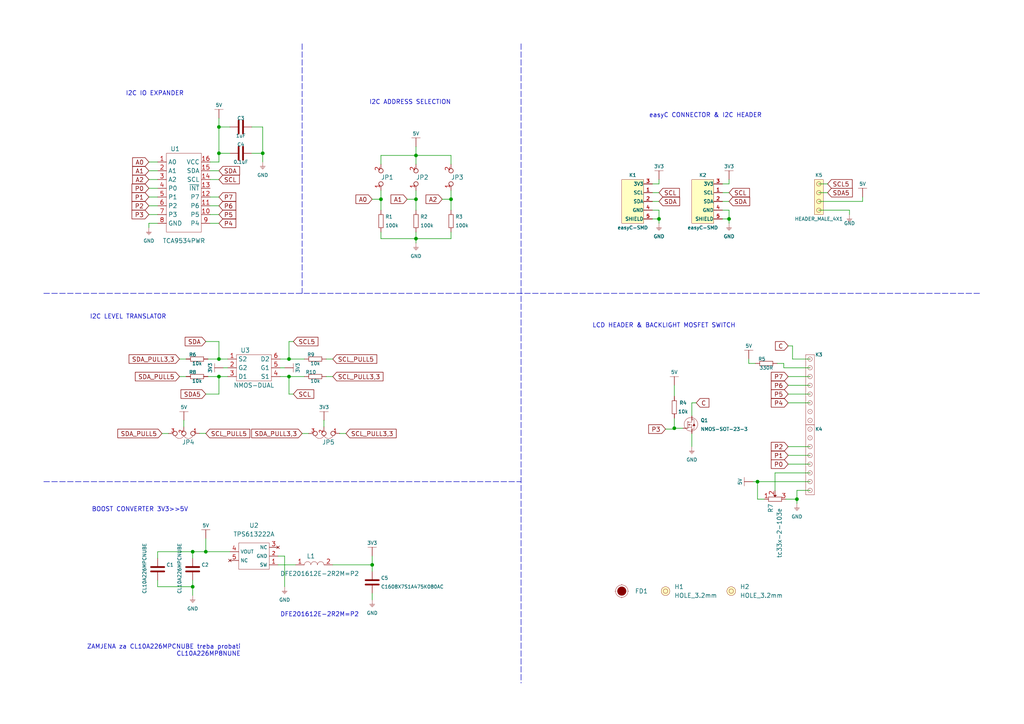
<source format=kicad_sch>
(kicad_sch (version 20210126) (generator eeschema)

  (paper "A4")

  (title_block
    (title "EASYC LCD DRIVER")
    (date "2021-04-14")
    (rev "v1.0.0.")
    (comment 2 "SKU")
  )

  (lib_symbols
    (symbol "e-radionica.com schematics:0603C" (pin_numbers hide) (pin_names (offset 0.002)) (in_bom yes) (on_board yes)
      (property "Reference" "C" (id 0) (at -0.635 3.175 0)
        (effects (font (size 1 1)))
      )
      (property "Value" "0603C" (id 1) (at 0 -3.175 0)
        (effects (font (size 1 1)))
      )
      (property "Footprint" "e-radionica.com footprinti:0603C" (id 2) (at 0 0 0)
        (effects (font (size 1 1)) hide)
      )
      (property "Datasheet" "" (id 3) (at 0 0 0)
        (effects (font (size 1 1)) hide)
      )
      (symbol "0603C_0_1"
        (polyline
          (pts
            (xy -0.635 1.905)
            (xy -0.635 -1.905)
          )
          (stroke (width 0.5)) (fill (type none))
        )
        (polyline
          (pts
            (xy 0.635 1.905)
            (xy 0.635 -1.905)
          )
          (stroke (width 0.5)) (fill (type none))
        )
      )
      (symbol "0603C_1_1"
        (pin passive line (at 3.175 0 180) (length 2.54)
          (name "~" (effects (font (size 1.27 1.27))))
          (number "2" (effects (font (size 1.27 1.27))))
        )
        (pin passive line (at -3.175 0 0) (length 2.54)
          (name "~" (effects (font (size 1.27 1.27))))
          (number "1" (effects (font (size 1.27 1.27))))
        )
      )
    )
    (symbol "e-radionica.com schematics:0603R" (pin_numbers hide) (pin_names (offset 0.254)) (in_bom yes) (on_board yes)
      (property "Reference" "R" (id 0) (at -1.905 1.905 0)
        (effects (font (size 1 1)))
      )
      (property "Value" "0603R" (id 1) (at 0 -1.905 0)
        (effects (font (size 1 1)))
      )
      (property "Footprint" "e-radionica.com footprinti:0603R" (id 2) (at -0.635 1.905 0)
        (effects (font (size 1 1)) hide)
      )
      (property "Datasheet" "" (id 3) (at -0.635 1.905 0)
        (effects (font (size 1 1)) hide)
      )
      (symbol "0603R_0_1"
        (rectangle (start -1.905 0.635) (end -1.8796 -0.635)
          (stroke (width 0.1)) (fill (type none))
        )
        (rectangle (start -1.905 0.635) (end 1.905 0.6096)
          (stroke (width 0.1)) (fill (type none))
        )
        (rectangle (start -1.905 -0.635) (end 1.905 -0.6604)
          (stroke (width 0.1)) (fill (type none))
        )
        (rectangle (start 1.905 0.635) (end 1.9304 -0.635)
          (stroke (width 0.1)) (fill (type none))
        )
      )
      (symbol "0603R_1_1"
        (pin passive line (at -3.175 0 0) (length 1.27)
          (name "~" (effects (font (size 1.27 1.27))))
          (number "1" (effects (font (size 1.27 1.27))))
        )
        (pin passive line (at 3.175 0 180) (length 1.27)
          (name "~" (effects (font (size 1.27 1.27))))
          (number "2" (effects (font (size 1.27 1.27))))
        )
      )
    )
    (symbol "e-radionica.com schematics:0806L" (in_bom yes) (on_board yes)
      (property "Reference" "L" (id 0) (at 0 1.905 0)
        (effects (font (size 1.27 1.27)))
      )
      (property "Value" "0806L" (id 1) (at 0 -1.27 0)
        (effects (font (size 1.27 1.27)))
      )
      (property "Footprint" "e-radionica.com footprinti:0806L" (id 2) (at 0 -2.54 0)
        (effects (font (size 1.27 1.27)) hide)
      )
      (property "Datasheet" "" (id 3) (at 0 -1.27 0)
        (effects (font (size 1.27 1.27)) hide)
      )
      (symbol "0806L_0_1"
        (arc (start -3.175 0) (end -1.27 0) (radius (at -2.2225 -0.0138) (length 0.9526) (angles 179.2 0.8))
          (stroke (width 0.0006)) (fill (type none))
        )
        (arc (start -1.27 0) (end 0.635 0) (radius (at -0.3175 -0.0138) (length 0.9526) (angles 179.2 0.8))
          (stroke (width 0.0006)) (fill (type none))
        )
        (arc (start 0.635 0) (end 2.54 0) (radius (at 1.5875 -0.0138) (length 0.9526) (angles 179.2 0.8))
          (stroke (width 0.0006)) (fill (type none))
        )
      )
      (symbol "0806L_1_1"
        (pin passive line (at -5.715 0 0) (length 2.54)
          (name "" (effects (font (size 1.27 1.27))))
          (number "1" (effects (font (size 1.27 1.27))))
        )
        (pin passive line (at 5.08 0 180) (length 2.54)
          (name "" (effects (font (size 1.27 1.27))))
          (number "2" (effects (font (size 1.27 1.27))))
        )
      )
    )
    (symbol "e-radionica.com schematics:3V3" (power) (pin_names (offset 0)) (in_bom yes) (on_board yes)
      (property "Reference" "#PWR" (id 0) (at 4.445 0 0)
        (effects (font (size 1 1)) hide)
      )
      (property "Value" "3V3" (id 1) (at 0 3.556 0)
        (effects (font (size 1 1)))
      )
      (property "Footprint" "" (id 2) (at 4.445 3.81 0)
        (effects (font (size 1 1)) hide)
      )
      (property "Datasheet" "" (id 3) (at 4.445 3.81 0)
        (effects (font (size 1 1)) hide)
      )
      (property "ki_keywords" "power-flag" (id 4) (at 0 0 0)
        (effects (font (size 1.27 1.27)) hide)
      )
      (property "ki_description" "Power symbol creates a global label with name \"+3V3\"" (id 5) (at 0 0 0)
        (effects (font (size 1.27 1.27)) hide)
      )
      (symbol "3V3_0_1"
        (polyline
          (pts
            (xy 0 0)
            (xy 0 2.54)
          )
          (stroke (width 0)) (fill (type none))
        )
        (polyline
          (pts
            (xy -1.27 2.54)
            (xy 1.27 2.54)
          )
          (stroke (width 0.0006)) (fill (type none))
        )
      )
      (symbol "3V3_1_1"
        (pin power_in line (at 0 0 90) (length 0) hide
          (name "3V3" (effects (font (size 1.27 1.27))))
          (number "1" (effects (font (size 1.27 1.27))))
        )
      )
    )
    (symbol "e-radionica.com schematics:5V" (power) (pin_names (offset 0)) (in_bom yes) (on_board yes)
      (property "Reference" "#PWR" (id 0) (at 4.445 0 0)
        (effects (font (size 1 1)) hide)
      )
      (property "Value" "5V" (id 1) (at 0 3.556 0)
        (effects (font (size 1 1)))
      )
      (property "Footprint" "" (id 2) (at 4.445 3.81 0)
        (effects (font (size 1 1)) hide)
      )
      (property "Datasheet" "" (id 3) (at 4.445 3.81 0)
        (effects (font (size 1 1)) hide)
      )
      (property "ki_keywords" "power-flag" (id 4) (at 0 0 0)
        (effects (font (size 1.27 1.27)) hide)
      )
      (property "ki_description" "Power symbol creates a global label with name \"+3V3\"" (id 5) (at 0 0 0)
        (effects (font (size 1.27 1.27)) hide)
      )
      (symbol "5V_0_1"
        (polyline
          (pts
            (xy 0 0)
            (xy 0 2.54)
          )
          (stroke (width 0)) (fill (type none))
        )
        (polyline
          (pts
            (xy -1.27 2.54)
            (xy 1.27 2.54)
          )
          (stroke (width 0.0006)) (fill (type none))
        )
      )
      (symbol "5V_1_1"
        (pin power_in line (at 0 0 90) (length 0) hide
          (name "5V" (effects (font (size 1.27 1.27))))
          (number "1" (effects (font (size 1.27 1.27))))
        )
      )
    )
    (symbol "e-radionica.com schematics:Fiducial_Stencil" (pin_numbers hide) (pin_names hide) (in_bom yes) (on_board yes)
      (property "Reference" "FD?" (id 0) (at 0 3.048 0)
        (effects (font (size 1.27 1.27)))
      )
      (property "Value" "Fiducial_Stencil" (id 1) (at 0 -2.794 0)
        (effects (font (size 1.27 1.27)) hide)
      )
      (property "Footprint" "e-radionica.com footprinti:FIDUCIAL_1MM_PASTE" (id 2) (at 0 -6.35 0)
        (effects (font (size 1.27 1.27)) hide)
      )
      (property "Datasheet" "" (id 3) (at 0 0 0)
        (effects (font (size 1.27 1.27)) hide)
      )
      (symbol "Fiducial_Stencil_0_1"
        (circle (center 0 0) (radius 1.7961) (stroke (width 0.0006)) (fill (type none)))
        (circle (center 0 0) (radius 1.27) (stroke (width 0.001)) (fill (type outline)))
        (polyline
          (pts
            (xy 1.778 0)
            (xy 2.032 0)
          )
          (stroke (width 0.0006)) (fill (type none))
        )
        (polyline
          (pts
            (xy 0 1.778)
            (xy 0 2.032)
          )
          (stroke (width 0.0006)) (fill (type none))
        )
        (polyline
          (pts
            (xy -1.778 0)
            (xy -2.032 0)
          )
          (stroke (width 0.0006)) (fill (type none))
        )
        (polyline
          (pts
            (xy 0 -1.778)
            (xy 0 -2.032)
          )
          (stroke (width 0.0006)) (fill (type none))
        )
      )
    )
    (symbol "e-radionica.com schematics:GND" (power) (pin_names (offset 0)) (in_bom yes) (on_board yes)
      (property "Reference" "#PWR" (id 0) (at 4.445 0 0)
        (effects (font (size 1 1)) hide)
      )
      (property "Value" "GND" (id 1) (at 0 -2.921 0)
        (effects (font (size 1 1)))
      )
      (property "Footprint" "" (id 2) (at 4.445 3.81 0)
        (effects (font (size 1 1)) hide)
      )
      (property "Datasheet" "" (id 3) (at 4.445 3.81 0)
        (effects (font (size 1 1)) hide)
      )
      (property "ki_keywords" "power-flag" (id 4) (at 0 0 0)
        (effects (font (size 1.27 1.27)) hide)
      )
      (property "ki_description" "Power symbol creates a global label with name \"+3V3\"" (id 5) (at 0 0 0)
        (effects (font (size 1.27 1.27)) hide)
      )
      (symbol "GND_0_1"
        (polyline
          (pts
            (xy 0 0)
            (xy 0 -1.27)
          )
          (stroke (width 0.0006)) (fill (type none))
        )
        (polyline
          (pts
            (xy -0.762 -1.27)
            (xy 0.762 -1.27)
          )
          (stroke (width 0.0006)) (fill (type none))
        )
        (polyline
          (pts
            (xy -0.381 -1.778)
            (xy 0.381 -1.778)
          )
          (stroke (width 0.0006)) (fill (type none))
        )
        (polyline
          (pts
            (xy -0.127 -2.032)
            (xy 0.127 -2.032)
          )
          (stroke (width 0.0006)) (fill (type none))
        )
        (polyline
          (pts
            (xy -0.635 -1.524)
            (xy 0.635 -1.524)
          )
          (stroke (width 0.0006)) (fill (type none))
        )
      )
      (symbol "GND_1_1"
        (pin power_in line (at 0 0 270) (length 0) hide
          (name "GND" (effects (font (size 1.27 1.27))))
          (number "1" (effects (font (size 1.27 1.27))))
        )
      )
    )
    (symbol "e-radionica.com schematics:HEADER_MALE_4X1" (pin_numbers hide) (pin_names hide) (in_bom yes) (on_board yes)
      (property "Reference" "K" (id 0) (at -0.635 7.62 0)
        (effects (font (size 1 1)))
      )
      (property "Value" "HEADER_MALE_4X1" (id 1) (at 0 -5.08 0)
        (effects (font (size 1 1)))
      )
      (property "Footprint" "e-radionica.com footprinti:HEADER_MALE_4X1" (id 2) (at 0 -2.54 0)
        (effects (font (size 1 1)) hide)
      )
      (property "Datasheet" "" (id 3) (at 0 -2.54 0)
        (effects (font (size 1 1)) hide)
      )
      (symbol "HEADER_MALE_4X1_0_1"
        (circle (center 0 -2.54) (radius 0.635) (stroke (width 0.0006)) (fill (type none)))
        (circle (center 0 0) (radius 0.635) (stroke (width 0.0006)) (fill (type none)))
        (circle (center 0 2.54) (radius 0.635) (stroke (width 0.0006)) (fill (type none)))
        (circle (center 0 5.08) (radius 0.635) (stroke (width 0.0006)) (fill (type none)))
        (rectangle (start 1.27 -3.81) (end -1.27 6.35)
          (stroke (width 0.001)) (fill (type background))
        )
      )
      (symbol "HEADER_MALE_4X1_1_1"
        (pin passive line (at 0 -2.54 180) (length 0)
          (name "~" (effects (font (size 1 1))))
          (number "1" (effects (font (size 1 1))))
        )
        (pin passive line (at 0 0 180) (length 0)
          (name "~" (effects (font (size 1 1))))
          (number "2" (effects (font (size 1 1))))
        )
        (pin passive line (at 0 2.54 180) (length 0)
          (name "~" (effects (font (size 1 1))))
          (number "3" (effects (font (size 1 1))))
        )
        (pin passive line (at 0 5.08 180) (length 0)
          (name "~" (effects (font (size 1 1))))
          (number "4" (effects (font (size 1 1))))
        )
      )
    )
    (symbol "e-radionica.com schematics:HEADER_MALE_8X1" (pin_numbers hide) (pin_names hide) (in_bom yes) (on_board yes)
      (property "Reference" "K" (id 0) (at -0.635 12.7 0)
        (effects (font (size 1 1)))
      )
      (property "Value" "HEADER_MALE_8X1" (id 1) (at 0.635 -10.16 0)
        (effects (font (size 1 1)))
      )
      (property "Footprint" "e-radionica.com footprinti:HEADER_MALE_8X1" (id 2) (at 0 0 0)
        (effects (font (size 1 1)) hide)
      )
      (property "Datasheet" "" (id 3) (at 0 0 0)
        (effects (font (size 1 1)) hide)
      )
      (symbol "HEADER_MALE_8X1_0_1"
        (circle (center 0 -7.62) (radius 0.635) (stroke (width 0.0006)) (fill (type none)))
        (circle (center 0 -5.08) (radius 0.635) (stroke (width 0.0006)) (fill (type none)))
        (circle (center 0 -2.54) (radius 0.635) (stroke (width 0.0006)) (fill (type none)))
        (circle (center 0 0) (radius 0.635) (stroke (width 0.0006)) (fill (type none)))
        (circle (center 0 2.54) (radius 0.635) (stroke (width 0.0006)) (fill (type none)))
        (circle (center 0 5.08) (radius 0.635) (stroke (width 0.0006)) (fill (type none)))
        (circle (center 0 7.62) (radius 0.635) (stroke (width 0.0006)) (fill (type none)))
        (circle (center 0 10.16) (radius 0.635) (stroke (width 0.0006)) (fill (type none)))
        (rectangle (start 1.27 -8.89) (end -1.27 11.43)
          (stroke (width 0.0006)) (fill (type none))
        )
      )
      (symbol "HEADER_MALE_8X1_1_1"
        (pin passive line (at 0 -7.62 180) (length 0)
          (name "~" (effects (font (size 0.991 0.991))))
          (number "1" (effects (font (size 0.991 0.991))))
        )
        (pin passive line (at 0 -5.08 180) (length 0)
          (name "~" (effects (font (size 0.991 0.991))))
          (number "2" (effects (font (size 0.991 0.991))))
        )
        (pin passive line (at 0 -2.54 180) (length 0)
          (name "~" (effects (font (size 0.991 0.991))))
          (number "3" (effects (font (size 0.991 0.991))))
        )
        (pin passive line (at 0 0 180) (length 0)
          (name "~" (effects (font (size 0.991 0.991))))
          (number "4" (effects (font (size 0.991 0.991))))
        )
        (pin passive line (at 0 2.54 180) (length 0)
          (name "~" (effects (font (size 0.991 0.991))))
          (number "5" (effects (font (size 0.991 0.991))))
        )
        (pin passive line (at 0 5.08 180) (length 0)
          (name "~" (effects (font (size 0.991 0.991))))
          (number "6" (effects (font (size 0.991 0.991))))
        )
        (pin passive line (at 0 7.62 180) (length 0)
          (name "~" (effects (font (size 0.991 0.991))))
          (number "7" (effects (font (size 0.991 0.991))))
        )
        (pin passive line (at 0 10.16 180) (length 0)
          (name "~" (effects (font (size 0.991 0.991))))
          (number "8" (effects (font (size 0.991 0.991))))
        )
      )
    )
    (symbol "e-radionica.com schematics:HOLE_3.2mm" (pin_numbers hide) (pin_names hide) (in_bom yes) (on_board yes)
      (property "Reference" "H" (id 0) (at 0 2.54 0)
        (effects (font (size 1.27 1.27)))
      )
      (property "Value" "HOLE_3.2mm" (id 1) (at 0 -2.54 0)
        (effects (font (size 1.27 1.27)))
      )
      (property "Footprint" "e-radionica.com footprinti:HOLE_3.2mm" (id 2) (at 0 0 0)
        (effects (font (size 1.27 1.27)) hide)
      )
      (property "Datasheet" "" (id 3) (at 0 0 0)
        (effects (font (size 1.27 1.27)) hide)
      )
      (symbol "HOLE_3.2mm_0_1"
        (circle (center 0 0) (radius 1.27) (stroke (width 0.001)) (fill (type background)))
        (circle (center 0 0) (radius 0.635) (stroke (width 0.0006)) (fill (type none)))
      )
    )
    (symbol "e-radionica.com schematics:NMOS-DUAL" (in_bom yes) (on_board yes)
      (property "Reference" "U" (id 0) (at -3.81 5.08 0)
        (effects (font (size 1.27 1.27)))
      )
      (property "Value" "NMOS-DUAL" (id 1) (at 0 -5.08 0)
        (effects (font (size 1.27 1.27)))
      )
      (property "Footprint" "e-radionica.com footprinti:SOT-363" (id 2) (at 0 -7.62 0)
        (effects (font (size 1.27 1.27)) hide)
      )
      (property "Datasheet" "" (id 3) (at 0 -2.54 0)
        (effects (font (size 1.27 1.27)) hide)
      )
      (symbol "NMOS-DUAL_0_1"
        (rectangle (start -5.08 3.81) (end 5.08 -3.81)
          (stroke (width 0.0006)) (fill (type none))
        )
      )
      (symbol "NMOS-DUAL_1_1"
        (pin input line (at -7.62 2.54 0) (length 2.54)
          (name "S2" (effects (font (size 1.27 1.27))))
          (number "1" (effects (font (size 1.27 1.27))))
        )
        (pin input line (at -7.62 0 0) (length 2.54)
          (name "G2" (effects (font (size 1.27 1.27))))
          (number "2" (effects (font (size 1.27 1.27))))
        )
        (pin input line (at -7.62 -2.54 0) (length 2.54)
          (name "D1" (effects (font (size 1.27 1.27))))
          (number "3" (effects (font (size 1.27 1.27))))
        )
        (pin input line (at 7.62 -2.54 180) (length 2.54)
          (name "S1" (effects (font (size 1.27 1.27))))
          (number "4" (effects (font (size 1.27 1.27))))
        )
        (pin input line (at 7.62 0 180) (length 2.54)
          (name "G1" (effects (font (size 1.27 1.27))))
          (number "5" (effects (font (size 1.27 1.27))))
        )
        (pin input line (at 7.62 2.54 180) (length 2.54)
          (name "D2" (effects (font (size 1.27 1.27))))
          (number "6" (effects (font (size 1.27 1.27))))
        )
      )
    )
    (symbol "e-radionica.com schematics:NMOS-SOT-23-3" (pin_numbers hide) (pin_names hide) (in_bom yes) (on_board yes)
      (property "Reference" "Q" (id 0) (at -1.143 2.921 0)
        (effects (font (size 1 1)))
      )
      (property "Value" "NMOS-SOT-23-3" (id 1) (at 1.524 -3.937 0)
        (effects (font (size 1 1)))
      )
      (property "Footprint" "e-radionica.com footprinti:SOT-23-3" (id 2) (at 0 0 0)
        (effects (font (size 1 1)) hide)
      )
      (property "Datasheet" "" (id 3) (at 0 0 0)
        (effects (font (size 1 1)) hide)
      )
      (symbol "NMOS-SOT-23-3_0_1"
        (circle (center 1.016 0.127) (radius 1.9716) (stroke (width 0.0006)) (fill (type none)))
        (polyline
          (pts
            (xy 0 -1.016)
            (xy 0 1.016)
          )
          (stroke (width 0.0006)) (fill (type none))
        )
        (polyline
          (pts
            (xy 0.254 1.016)
            (xy 0.254 0.508)
          )
          (stroke (width 0.0006)) (fill (type none))
        )
        (polyline
          (pts
            (xy 0.254 -0.254)
            (xy 0.254 0.254)
          )
          (stroke (width 0.0006)) (fill (type none))
        )
        (polyline
          (pts
            (xy 0.254 -1.016)
            (xy 0.254 -0.508)
          )
          (stroke (width 0.0006)) (fill (type none))
        )
        (polyline
          (pts
            (xy 0.254 0.762)
            (xy 1.27 0.762)
          )
          (stroke (width 0.0006)) (fill (type none))
        )
        (polyline
          (pts
            (xy 1.27 0.762)
            (xy 1.27 1.27)
          )
          (stroke (width 0.0006)) (fill (type none))
        )
        (polyline
          (pts
            (xy 0.254 -0.762)
            (xy 1.27 -0.762)
          )
          (stroke (width 0.0006)) (fill (type none))
        )
        (polyline
          (pts
            (xy 1.27 -1.27)
            (xy 1.27 -0.762)
          )
          (stroke (width 0.0006)) (fill (type none))
        )
        (polyline
          (pts
            (xy 0.254 0)
            (xy 1.27 0)
            (xy 1.27 -0.762)
          )
          (stroke (width 0.0006)) (fill (type none))
        )
        (polyline
          (pts
            (xy 0.381 0)
            (xy 0.635 0.254)
            (xy 0.635 -0.254)
            (xy 0.381 0)
          )
          (stroke (width 0.0006)) (fill (type none))
        )
        (polyline
          (pts
            (xy 1.651 0.127)
            (xy 2.159 0.127)
          )
          (stroke (width 0.0006)) (fill (type none))
        )
        (polyline
          (pts
            (xy 1.27 -1.27)
            (xy 1.905 -1.27)
            (xy 1.905 1.524)
            (xy 1.27 1.524)
          )
          (stroke (width 0.0006)) (fill (type none))
        )
        (polyline
          (pts
            (xy 1.651 -0.254)
            (xy 2.159 -0.254)
            (xy 1.905 0.127)
          )
          (stroke (width 0.2)) (fill (type none))
        )
        (polyline
          (pts
            (xy 1.651 -0.254)
            (xy 1.905 0.127)
          )
          (stroke (width 0.2)) (fill (type none))
        )
      )
      (symbol "NMOS-SOT-23-3_1_1"
        (pin passive line (at -1.27 -1.016 0) (length 1.27)
          (name "G" (effects (font (size 1 1))))
          (number "1" (effects (font (size 1 1))))
        )
        (pin passive line (at 1.27 -2.54 90) (length 1.27)
          (name "S" (effects (font (size 1 1))))
          (number "2" (effects (font (size 1 1))))
        )
        (pin passive line (at 1.27 2.54 270) (length 1.27)
          (name "D" (effects (font (size 1 1))))
          (number "3" (effects (font (size 1 1))))
        )
      )
    )
    (symbol "e-radionica.com schematics:SMD_JUMPER" (in_bom yes) (on_board yes)
      (property "Reference" "JP" (id 0) (at 0 1.397 0)
        (effects (font (size 1.27 1.27)))
      )
      (property "Value" "SMD_JUMPER" (id 1) (at 0.508 -3.048 0)
        (effects (font (size 1.27 1.27)))
      )
      (property "Footprint" "e-radionica.com footprinti:SMD_JUMPER" (id 2) (at 0 0 0)
        (effects (font (size 1.27 1.27)) hide)
      )
      (property "Datasheet" "" (id 3) (at 0 0 0)
        (effects (font (size 1.27 1.27)) hide)
      )
      (symbol "SMD_JUMPER_1_1"
        (pin passive inverted (at -3.81 0 0) (length 2.54)
          (name "" (effects (font (size 1.27 1.27))))
          (number "1" (effects (font (size 1.27 1.27))))
        )
        (pin passive inverted (at 3.81 0 180) (length 2.54)
          (name "" (effects (font (size 1.27 1.27))))
          (number "2" (effects (font (size 1.27 1.27))))
        )
      )
    )
    (symbol "e-radionica.com schematics:SMD_JUMPER_3_PAD_TRACE" (in_bom yes) (on_board yes)
      (property "Reference" "JP" (id 0) (at 0.0254 5.461 0)
        (effects (font (size 1.27 1.27)))
      )
      (property "Value" "SMD_JUMPER_3_PAD_TRACE" (id 1) (at 0.3048 -4.572 0)
        (effects (font (size 1.27 1.27)))
      )
      (property "Footprint" "e-radionica.com footprinti:SMD_JUMPER_3_PAD_TRACE" (id 2) (at 0 -1.27 0)
        (effects (font (size 1.27 1.27)) hide)
      )
      (property "Datasheet" "" (id 3) (at 0 0 0)
        (effects (font (size 1.27 1.27)) hide)
      )
      (symbol "SMD_JUMPER_3_PAD_TRACE_0_1"
        (arc (start -2.6162 0.6096) (end 0 0.5842) (radius (at -1.3133 0.057) (length 1.4152) (angles 157 21.9))
          (stroke (width 0.0006)) (fill (type none))
        )
        (arc (start 0 0.6096) (end 2.5908 0.6604) (radius (at 1.308 -0.0085) (length 1.4467) (angles 154.7 27.5))
          (stroke (width 0.0006)) (fill (type none))
        )
      )
      (symbol "SMD_JUMPER_3_PAD_TRACE_1_1"
        (pin passive inverted (at -4.5212 -0.0254 0) (length 2.54)
          (name "" (effects (font (size 1 1))))
          (number "1" (effects (font (size 1 1))))
        )
        (pin passive inverted (at 0.0254 -1.9304 90) (length 2.54)
          (name "" (effects (font (size 1 1))))
          (number "2" (effects (font (size 1 1))))
        )
        (pin passive inverted (at 4.4704 0 180) (length 2.54)
          (name "" (effects (font (size 1 1))))
          (number "3" (effects (font (size 1 1))))
        )
      )
    )
    (symbol "e-radionica.com schematics:TCA9534PWR" (in_bom yes) (on_board yes)
      (property "Reference" "U" (id 0) (at -3.81 11.43 0)
        (effects (font (size 1.27 1.27)))
      )
      (property "Value" "TCA9534PWR" (id 1) (at 0 -13.97 0)
        (effects (font (size 1.27 1.27)))
      )
      (property "Footprint" "e-radionica.com footprinti:TSSOP-16" (id 2) (at 0 -16.51 0)
        (effects (font (size 1.27 1.27)) hide)
      )
      (property "Datasheet" "" (id 3) (at 0 0 0)
        (effects (font (size 1.27 1.27)) hide)
      )
      (symbol "TCA9534PWR_0_1"
        (rectangle (start -5.08 10.16) (end 5.08 -12.7)
          (stroke (width 0.0006)) (fill (type none))
        )
      )
      (symbol "TCA9534PWR_1_1"
        (pin bidirectional line (at -7.62 7.62 0) (length 2.54)
          (name "A0" (effects (font (size 1.27 1.27))))
          (number "1" (effects (font (size 1.27 1.27))))
        )
        (pin bidirectional line (at -7.62 5.08 0) (length 2.54)
          (name "A1" (effects (font (size 1.27 1.27))))
          (number "2" (effects (font (size 1.27 1.27))))
        )
        (pin bidirectional line (at -7.62 2.54 0) (length 2.54)
          (name "A2" (effects (font (size 1.27 1.27))))
          (number "3" (effects (font (size 1.27 1.27))))
        )
        (pin bidirectional line (at -7.62 0 0) (length 2.54)
          (name "P0" (effects (font (size 1.27 1.27))))
          (number "4" (effects (font (size 1.27 1.27))))
        )
        (pin bidirectional line (at -7.62 -2.54 0) (length 2.54)
          (name "P1" (effects (font (size 1.27 1.27))))
          (number "5" (effects (font (size 1.27 1.27))))
        )
        (pin bidirectional line (at -7.62 -5.08 0) (length 2.54)
          (name "P2" (effects (font (size 1.27 1.27))))
          (number "6" (effects (font (size 1.27 1.27))))
        )
        (pin bidirectional line (at -7.62 -7.62 0) (length 2.54)
          (name "P3" (effects (font (size 1.27 1.27))))
          (number "7" (effects (font (size 1.27 1.27))))
        )
        (pin power_in line (at -7.62 -10.16 0) (length 2.54)
          (name "GND" (effects (font (size 1.27 1.27))))
          (number "8" (effects (font (size 1.27 1.27))))
        )
        (pin bidirectional line (at 7.62 -10.16 180) (length 2.54)
          (name "P4" (effects (font (size 1.27 1.27))))
          (number "9" (effects (font (size 1.27 1.27))))
        )
        (pin bidirectional line (at 7.62 -7.62 180) (length 2.54)
          (name "P5" (effects (font (size 1.27 1.27))))
          (number "10" (effects (font (size 1.27 1.27))))
        )
        (pin bidirectional line (at 7.62 -5.08 180) (length 2.54)
          (name "P6" (effects (font (size 1.27 1.27))))
          (number "11" (effects (font (size 1.27 1.27))))
        )
        (pin bidirectional line (at 7.62 -2.54 180) (length 2.54)
          (name "P7" (effects (font (size 1.27 1.27))))
          (number "12" (effects (font (size 1.27 1.27))))
        )
        (pin bidirectional line (at 7.62 0 180) (length 2.54)
          (name "~INT" (effects (font (size 1.27 1.27))))
          (number "13" (effects (font (size 1.27 1.27))))
        )
        (pin bidirectional line (at 7.62 2.54 180) (length 2.54)
          (name "SCL" (effects (font (size 1.27 1.27))))
          (number "14" (effects (font (size 1.27 1.27))))
        )
        (pin bidirectional line (at 7.62 5.08 180) (length 2.54)
          (name "SDA" (effects (font (size 1.27 1.27))))
          (number "15" (effects (font (size 1.27 1.27))))
        )
        (pin power_in line (at 7.62 7.62 180) (length 2.54)
          (name "VCC" (effects (font (size 1.27 1.27))))
          (number "16" (effects (font (size 1.27 1.27))))
        )
      )
    )
    (symbol "e-radionica.com schematics:TPS613222A" (in_bom yes) (on_board yes)
      (property "Reference" "U" (id 0) (at 0 5.08 0)
        (effects (font (size 1.27 1.27)))
      )
      (property "Value" "TPS613222A" (id 1) (at 0 -5.08 0)
        (effects (font (size 1.27 1.27)))
      )
      (property "Footprint" "e-radionica.com footprinti:tps613222a" (id 2) (at -0.635 0 0)
        (effects (font (size 1.27 1.27)) hide)
      )
      (property "Datasheet" "" (id 3) (at -0.635 0 0)
        (effects (font (size 1.27 1.27)) hide)
      )
      (symbol "TPS613222A_0_1"
        (rectangle (start -4.445 3.81) (end 4.445 -3.81)
          (stroke (width 0.0006)) (fill (type none))
        )
      )
      (symbol "TPS613222A_1_1"
        (pin passive line (at -6.985 1.27 0) (length 2.54)
          (name "VOUT" (effects (font (size 1 1))))
          (number "4" (effects (font (size 1.27 1.27))))
        )
        (pin no_connect line (at -6.985 -1.27 0) (length 2.54)
          (name "NC" (effects (font (size 1 1))))
          (number "5" (effects (font (size 1.27 1.27))))
        )
        (pin passive line (at 6.985 0 180) (length 2.54)
          (name "GND" (effects (font (size 1 1))))
          (number "2" (effects (font (size 1 1))))
        )
        (pin no_connect line (at 6.985 2.54 180) (length 2.54)
          (name "NC" (effects (font (size 1 1))))
          (number "3" (effects (font (size 1.27 1.27))))
        )
        (pin passive line (at 6.985 -2.54 180) (length 2.54)
          (name "SW" (effects (font (size 1 1))))
          (number "1" (effects (font (size 1.27 1.27))))
        )
      )
    )
    (symbol "e-radionica.com schematics:easyC-SMD" (pin_names (offset 0.002)) (in_bom yes) (on_board yes)
      (property "Reference" "K" (id 0) (at -2.54 10.16 0)
        (effects (font (size 1 1)))
      )
      (property "Value" "easyC-SMD" (id 1) (at 0 -5.08 0)
        (effects (font (size 1 1)))
      )
      (property "Footprint" "e-radionica.com footprinti:easyC-connector" (id 2) (at 3.175 2.54 0)
        (effects (font (size 1 1)) hide)
      )
      (property "Datasheet" "" (id 3) (at 3.175 2.54 0)
        (effects (font (size 1 1)) hide)
      )
      (symbol "easyC-SMD_0_1"
        (rectangle (start -3.175 8.89) (end 3.175 -3.81)
          (stroke (width 0.001)) (fill (type background))
        )
      )
      (symbol "easyC-SMD_1_1"
        (pin passive line (at 5.715 5.08 180) (length 2.54)
          (name "SCL" (effects (font (size 1 1))))
          (number "1" (effects (font (size 1 1))))
        )
        (pin passive line (at 5.715 2.54 180) (length 2.54)
          (name "SDA" (effects (font (size 1 1))))
          (number "2" (effects (font (size 1 1))))
        )
        (pin passive line (at 5.715 7.62 180) (length 2.54)
          (name "3V3" (effects (font (size 1 1))))
          (number "3" (effects (font (size 1 1))))
        )
        (pin passive line (at 5.715 0 180) (length 2.54)
          (name "GND" (effects (font (size 1 1))))
          (number "4" (effects (font (size 1 1))))
        )
        (pin passive line (at 5.715 -2.54 180) (length 2.54)
          (name "SHIELD" (effects (font (size 1 1))))
          (number "5" (effects (font (size 1 1))))
        )
      )
    )
    (symbol "e-radionica.com schematics:tc33x-2-103e" (in_bom yes) (on_board yes)
      (property "Reference" "R" (id 0) (at -1.778 3.302 0)
        (effects (font (size 1.27 1.27)))
      )
      (property "Value" "tc33x-2-103e" (id 1) (at 0 -2.54 0)
        (effects (font (size 1.27 1.27)))
      )
      (property "Footprint" "e-radionica.com footprinti:tc33x-2-103e" (id 2) (at 0 -5.08 0)
        (effects (font (size 1.27 1.27)) hide)
      )
      (property "Datasheet" "" (id 3) (at -0.0508 -0.0508 0)
        (effects (font (size 1.27 1.27)) hide)
      )
      (symbol "tc33x-2-103e_0_1"
        (rectangle (start -1.905 0.635) (end -1.8796 -0.635)
          (stroke (width 0.1)) (fill (type none))
        )
        (rectangle (start -1.905 0.635) (end 1.905 0.6096)
          (stroke (width 0.1)) (fill (type none))
        )
        (rectangle (start -1.905 -0.635) (end 1.905 -0.6604)
          (stroke (width 0.1)) (fill (type none))
        )
        (rectangle (start 1.905 0.635) (end 1.9304 -0.635)
          (stroke (width 0.1)) (fill (type none))
        )
        (polyline
          (pts
            (xy -0.4318 1.1684)
            (xy 0.4826 1.1684)
            (xy 0 0.635)
            (xy -0.4064 1.0922)
            (xy -0.4826 1.1684)
            (xy 0 0.7874)
            (xy 0.3048 1.1176)
            (xy -0.254 1.0668)
            (xy 0.0254 0.8636)
            (xy 0.0762 1.0414)
            (xy -0.0254 0.9652)
          )
          (stroke (width 0.0006)) (fill (type none))
        )
      )
      (symbol "tc33x-2-103e_1_1"
        (pin passive line (at -3.175 0 0) (length 1.27)
          (name "~" (effects (font (size 1.27 1.27))))
          (number "1" (effects (font (size 1.27 1.27))))
        )
        (pin passive line (at 3.175 0.0002 180) (length 1.27)
          (name "~" (effects (font (size 1.27 1.27))))
          (number "3" (effects (font (size 1.27 1.27))))
        )
        (pin passive line (at 0 2.4892 270) (length 1.27)
          (name "" (effects (font (size 1.27 1.27))))
          (number "2" (effects (font (size 1.27 1.27))))
        )
      )
    )
  )

  (junction (at 55.88 160.02) (diameter 0.9144) (color 0 0 0 0))
  (junction (at 55.88 170.18) (diameter 0.9144) (color 0 0 0 0))
  (junction (at 59.69 160.02) (diameter 0.9144) (color 0 0 0 0))
  (junction (at 63.5 36.83) (diameter 0.9144) (color 0 0 0 0))
  (junction (at 63.5 44.45) (diameter 0.9144) (color 0 0 0 0))
  (junction (at 63.5 104.14) (diameter 0.9144) (color 0 0 0 0))
  (junction (at 63.5 109.22) (diameter 0.9144) (color 0 0 0 0))
  (junction (at 76.2 44.45) (diameter 0.9144) (color 0 0 0 0))
  (junction (at 83.82 104.14) (diameter 0.9144) (color 0 0 0 0))
  (junction (at 83.82 109.22) (diameter 0.9144) (color 0 0 0 0))
  (junction (at 107.95 163.83) (diameter 0.9144) (color 0 0 0 0))
  (junction (at 110.49 57.785) (diameter 0.9144) (color 0 0 0 0))
  (junction (at 120.65 45.085) (diameter 0.9144) (color 0 0 0 0))
  (junction (at 120.65 57.785) (diameter 0.9144) (color 0 0 0 0))
  (junction (at 120.65 69.215) (diameter 0.9144) (color 0 0 0 0))
  (junction (at 130.81 57.785) (diameter 0.9144) (color 0 0 0 0))
  (junction (at 191.135 63.5) (diameter 0.9144) (color 0 0 0 0))
  (junction (at 195.58 124.206) (diameter 0.9144) (color 0 0 0 0))
  (junction (at 211.455 63.5) (diameter 0.9144) (color 0 0 0 0))
  (junction (at 219.71 139.7) (diameter 0.9144) (color 0 0 0 0))
  (junction (at 231.14 144.7798) (diameter 0.9144) (color 0 0 0 0))

  (wire (pts (xy 43.18 46.99) (xy 45.72 46.99))
    (stroke (width 0) (type solid) (color 0 0 0 0))
    (uuid a011f6b4-2e3b-494b-9c2c-7b0e33946249)
  )
  (wire (pts (xy 43.18 49.53) (xy 45.72 49.53))
    (stroke (width 0) (type solid) (color 0 0 0 0))
    (uuid c1f54a26-c487-4738-9a61-bf8cd1d2e28f)
  )
  (wire (pts (xy 43.18 52.07) (xy 45.72 52.07))
    (stroke (width 0) (type solid) (color 0 0 0 0))
    (uuid 8e81bc48-7d69-4dea-9757-79cc398cf2c6)
  )
  (wire (pts (xy 43.18 54.61) (xy 45.72 54.61))
    (stroke (width 0) (type solid) (color 0 0 0 0))
    (uuid b7272f84-b307-4826-9cf5-f01ab01cf80b)
  )
  (wire (pts (xy 43.18 57.15) (xy 45.72 57.15))
    (stroke (width 0) (type solid) (color 0 0 0 0))
    (uuid fddeef87-77e8-4df0-8f9b-2d15973e8d91)
  )
  (wire (pts (xy 43.18 59.69) (xy 45.72 59.69))
    (stroke (width 0) (type solid) (color 0 0 0 0))
    (uuid f1b13a6c-c921-4b03-ba38-855d81ce4e0e)
  )
  (wire (pts (xy 43.18 62.23) (xy 45.72 62.23))
    (stroke (width 0) (type solid) (color 0 0 0 0))
    (uuid bbedf5bd-1de5-493c-b6fc-b1350de6e240)
  )
  (wire (pts (xy 43.18 64.77) (xy 43.18 66.04))
    (stroke (width 0) (type solid) (color 0 0 0 0))
    (uuid fdf6c911-7c39-4f6c-ae7e-814b9f6b9361)
  )
  (wire (pts (xy 45.72 64.77) (xy 43.18 64.77))
    (stroke (width 0) (type solid) (color 0 0 0 0))
    (uuid fdf6c911-7c39-4f6c-ae7e-814b9f6b9361)
  )
  (wire (pts (xy 45.72 160.02) (xy 55.88 160.02))
    (stroke (width 0) (type solid) (color 0 0 0 0))
    (uuid 38a540db-25f9-4169-94fe-1fd37f628b48)
  )
  (wire (pts (xy 45.72 161.925) (xy 45.72 160.02))
    (stroke (width 0) (type solid) (color 0 0 0 0))
    (uuid 38a540db-25f9-4169-94fe-1fd37f628b48)
  )
  (wire (pts (xy 45.72 168.275) (xy 45.72 170.18))
    (stroke (width 0) (type solid) (color 0 0 0 0))
    (uuid c7e02daa-912b-48b8-a10c-a1a267304fbc)
  )
  (wire (pts (xy 45.72 170.18) (xy 55.88 170.18))
    (stroke (width 0) (type solid) (color 0 0 0 0))
    (uuid c7e02daa-912b-48b8-a10c-a1a267304fbc)
  )
  (wire (pts (xy 46.99 125.73) (xy 48.8696 125.73))
    (stroke (width 0) (type solid) (color 0 0 0 0))
    (uuid 744afa63-b284-4249-b159-85cfd7d3a6d4)
  )
  (wire (pts (xy 52.07 104.14) (xy 53.975 104.14))
    (stroke (width 0) (type solid) (color 0 0 0 0))
    (uuid a5cc3934-ad62-4ab6-8e7f-4f2ad1cef305)
  )
  (wire (pts (xy 52.07 109.22) (xy 53.975 109.22))
    (stroke (width 0) (type solid) (color 0 0 0 0))
    (uuid ca1b8d3a-4153-42a7-9ff9-25faeb645b58)
  )
  (wire (pts (xy 53.3146 121.92) (xy 53.34 121.92))
    (stroke (width 0) (type solid) (color 0 0 0 0))
    (uuid 15f16da8-52ae-4ff1-98eb-bfd30ce85158)
  )
  (wire (pts (xy 53.3146 123.7996) (xy 53.3146 121.92))
    (stroke (width 0) (type solid) (color 0 0 0 0))
    (uuid 969730fd-1f6a-46ff-a85d-14d17ce02d0b)
  )
  (wire (pts (xy 55.88 160.02) (xy 59.69 160.02))
    (stroke (width 0) (type solid) (color 0 0 0 0))
    (uuid a4994482-4478-4f02-9cfa-686c711e94b6)
  )
  (wire (pts (xy 55.88 161.925) (xy 55.88 160.02))
    (stroke (width 0) (type solid) (color 0 0 0 0))
    (uuid 99888d3a-6e22-4810-a5b8-34df39f3495e)
  )
  (wire (pts (xy 55.88 168.275) (xy 55.88 170.18))
    (stroke (width 0) (type solid) (color 0 0 0 0))
    (uuid 107bf01a-c0db-4f80-9799-0f3fd700d19c)
  )
  (wire (pts (xy 55.88 170.18) (xy 55.88 172.72))
    (stroke (width 0) (type solid) (color 0 0 0 0))
    (uuid c7e02daa-912b-48b8-a10c-a1a267304fbc)
  )
  (wire (pts (xy 57.8612 125.7046) (xy 59.69 125.7046))
    (stroke (width 0) (type solid) (color 0 0 0 0))
    (uuid fae28985-6d0a-43e6-b4bc-ab9af977afc8)
  )
  (wire (pts (xy 59.69 99.06) (xy 63.5 99.06))
    (stroke (width 0) (type solid) (color 0 0 0 0))
    (uuid f3977df5-f703-4979-a5b5-16551c6390a5)
  )
  (wire (pts (xy 59.69 114.3) (xy 63.5 114.3))
    (stroke (width 0) (type solid) (color 0 0 0 0))
    (uuid 8acb681a-a760-48de-9678-8036666418c6)
  )
  (wire (pts (xy 59.69 125.7046) (xy 59.69 125.73))
    (stroke (width 0) (type solid) (color 0 0 0 0))
    (uuid 4fc4c6ff-2ab7-4455-b9a6-5fbbe25453b3)
  )
  (wire (pts (xy 59.69 160.02) (xy 59.69 156.21))
    (stroke (width 0) (type solid) (color 0 0 0 0))
    (uuid 8cb5ab47-6b28-40cb-ba52-cba1ac3fa94e)
  )
  (wire (pts (xy 59.69 160.02) (xy 66.675 160.02))
    (stroke (width 0) (type solid) (color 0 0 0 0))
    (uuid 8cb5ab47-6b28-40cb-ba52-cba1ac3fa94e)
  )
  (wire (pts (xy 60.325 104.14) (xy 63.5 104.14))
    (stroke (width 0) (type solid) (color 0 0 0 0))
    (uuid 515474a7-51fd-4bff-b466-c4b449b705dd)
  )
  (wire (pts (xy 60.325 109.22) (xy 63.5 109.22))
    (stroke (width 0) (type solid) (color 0 0 0 0))
    (uuid d1fb1dc1-90e1-416d-afe5-eca896b4d75e)
  )
  (wire (pts (xy 60.96 46.99) (xy 63.5 46.99))
    (stroke (width 0) (type solid) (color 0 0 0 0))
    (uuid 7de7371a-5d63-4488-bc7e-2df61c27237c)
  )
  (wire (pts (xy 60.96 49.53) (xy 63.5 49.53))
    (stroke (width 0) (type solid) (color 0 0 0 0))
    (uuid 4c310504-a109-44af-93dc-91ace61b7ed5)
  )
  (wire (pts (xy 60.96 52.07) (xy 63.5 52.07))
    (stroke (width 0) (type solid) (color 0 0 0 0))
    (uuid a750c4f8-fd0a-44f9-a9b6-14dac7d9f4df)
  )
  (wire (pts (xy 60.96 57.15) (xy 63.5 57.15))
    (stroke (width 0) (type solid) (color 0 0 0 0))
    (uuid 87f66a47-59e5-4bfb-b9d4-c3d742c8c921)
  )
  (wire (pts (xy 60.96 59.69) (xy 63.5 59.69))
    (stroke (width 0) (type solid) (color 0 0 0 0))
    (uuid 70f3f2fa-37ed-4306-a05e-aafad58f71ab)
  )
  (wire (pts (xy 60.96 62.23) (xy 63.5 62.23))
    (stroke (width 0) (type solid) (color 0 0 0 0))
    (uuid 624d612a-168b-49be-8b56-64a541ab5bc9)
  )
  (wire (pts (xy 60.96 64.77) (xy 63.5 64.77))
    (stroke (width 0) (type solid) (color 0 0 0 0))
    (uuid 08c5ab2a-3df2-4760-9473-ef2bea139a00)
  )
  (wire (pts (xy 63.5 34.29) (xy 63.5 36.83))
    (stroke (width 0) (type solid) (color 0 0 0 0))
    (uuid e9caebb0-d910-4b0c-9968-8321c4e37c22)
  )
  (wire (pts (xy 63.5 36.83) (xy 63.5 44.45))
    (stroke (width 0) (type solid) (color 0 0 0 0))
    (uuid e9caebb0-d910-4b0c-9968-8321c4e37c22)
  )
  (wire (pts (xy 63.5 36.83) (xy 66.675 36.83))
    (stroke (width 0) (type solid) (color 0 0 0 0))
    (uuid 02b5b37e-2d3d-4004-a30b-b0c2bc7e14fc)
  )
  (wire (pts (xy 63.5 44.45) (xy 63.5 46.99))
    (stroke (width 0) (type solid) (color 0 0 0 0))
    (uuid e9caebb0-d910-4b0c-9968-8321c4e37c22)
  )
  (wire (pts (xy 63.5 44.45) (xy 66.675 44.45))
    (stroke (width 0) (type solid) (color 0 0 0 0))
    (uuid 26477d02-6ead-431d-9b84-5a2f9c494aa4)
  )
  (wire (pts (xy 63.5 99.06) (xy 63.5 104.14))
    (stroke (width 0) (type solid) (color 0 0 0 0))
    (uuid 052efcac-0b4e-4cb8-a691-91b6789fd99a)
  )
  (wire (pts (xy 63.5 104.14) (xy 66.04 104.14))
    (stroke (width 0) (type solid) (color 0 0 0 0))
    (uuid 10ff6d07-3ff2-439c-8bd3-c3c6b1255803)
  )
  (wire (pts (xy 63.5 109.22) (xy 66.04 109.22))
    (stroke (width 0) (type solid) (color 0 0 0 0))
    (uuid b3dfd85c-f773-48e7-a742-1406c46e9818)
  )
  (wire (pts (xy 63.5 114.3) (xy 63.5 109.22))
    (stroke (width 0) (type solid) (color 0 0 0 0))
    (uuid fe08f39f-2e93-4f3d-a16d-2351668f587d)
  )
  (wire (pts (xy 64.77 106.68) (xy 66.04 106.68))
    (stroke (width 0) (type solid) (color 0 0 0 0))
    (uuid 1c18db3a-adf9-429a-9b85-c4143a8b8bb4)
  )
  (wire (pts (xy 73.025 36.83) (xy 76.2 36.83))
    (stroke (width 0) (type solid) (color 0 0 0 0))
    (uuid ef4a751c-07b2-4ccb-9db8-eccc016b3e01)
  )
  (wire (pts (xy 73.025 44.45) (xy 76.2 44.45))
    (stroke (width 0) (type solid) (color 0 0 0 0))
    (uuid 90c37056-54d9-41e4-a72a-00483254177e)
  )
  (wire (pts (xy 76.2 36.83) (xy 76.2 44.45))
    (stroke (width 0) (type solid) (color 0 0 0 0))
    (uuid ef4a751c-07b2-4ccb-9db8-eccc016b3e01)
  )
  (wire (pts (xy 76.2 44.45) (xy 76.2 46.99))
    (stroke (width 0) (type solid) (color 0 0 0 0))
    (uuid ef4a751c-07b2-4ccb-9db8-eccc016b3e01)
  )
  (wire (pts (xy 80.645 161.29) (xy 82.55 161.29))
    (stroke (width 0) (type solid) (color 0 0 0 0))
    (uuid 8b84083b-85b9-4f08-8910-49ea966a0b57)
  )
  (wire (pts (xy 80.645 163.83) (xy 85.725 163.83))
    (stroke (width 0) (type solid) (color 0 0 0 0))
    (uuid 1ab0d0ea-616f-47ef-a2b8-1a5e8b5b58a6)
  )
  (wire (pts (xy 81.28 104.14) (xy 83.82 104.14))
    (stroke (width 0) (type solid) (color 0 0 0 0))
    (uuid d555230e-ee63-421e-8331-b2d450e226df)
  )
  (wire (pts (xy 81.28 106.68) (xy 82.55 106.68))
    (stroke (width 0) (type solid) (color 0 0 0 0))
    (uuid 89f0068f-2f59-40e3-8d80-d5f50712331a)
  )
  (wire (pts (xy 81.28 109.22) (xy 83.82 109.22))
    (stroke (width 0) (type solid) (color 0 0 0 0))
    (uuid abb2b428-f2e9-4ff8-acbc-ed0e01f4650e)
  )
  (wire (pts (xy 82.55 161.29) (xy 82.55 170.18))
    (stroke (width 0) (type solid) (color 0 0 0 0))
    (uuid 8b84083b-85b9-4f08-8910-49ea966a0b57)
  )
  (wire (pts (xy 83.82 99.06) (xy 83.82 104.14))
    (stroke (width 0) (type solid) (color 0 0 0 0))
    (uuid 72ccc666-1a29-4015-8ad1-c5da41dba2a5)
  )
  (wire (pts (xy 83.82 104.14) (xy 88.265 104.14))
    (stroke (width 0) (type solid) (color 0 0 0 0))
    (uuid 58059fad-d3ea-474c-b0bc-9f3c3193bac0)
  )
  (wire (pts (xy 83.82 109.22) (xy 88.265 109.22))
    (stroke (width 0) (type solid) (color 0 0 0 0))
    (uuid 7511ab56-4871-4b40-b1d9-5daeb003121c)
  )
  (wire (pts (xy 83.82 114.3) (xy 83.82 109.22))
    (stroke (width 0) (type solid) (color 0 0 0 0))
    (uuid 2cddefe2-1e72-43c4-a35d-2ac070d6a3d1)
  )
  (wire (pts (xy 85.09 99.06) (xy 83.82 99.06))
    (stroke (width 0) (type solid) (color 0 0 0 0))
    (uuid be5e7b8f-e642-490b-8ae2-cc978e3a2cd2)
  )
  (wire (pts (xy 85.09 114.3) (xy 83.82 114.3))
    (stroke (width 0) (type solid) (color 0 0 0 0))
    (uuid 9e1c26f6-e20e-499c-9f24-430a9d43e897)
  )
  (wire (pts (xy 87.63 125.73) (xy 89.5096 125.73))
    (stroke (width 0) (type solid) (color 0 0 0 0))
    (uuid ff419190-0275-41b9-acf0-432cca0f900c)
  )
  (wire (pts (xy 93.9546 121.92) (xy 93.98 121.92))
    (stroke (width 0) (type solid) (color 0 0 0 0))
    (uuid f54e9410-da64-4c00-b0a3-d558a21d0499)
  )
  (wire (pts (xy 93.9546 123.7996) (xy 93.9546 121.92))
    (stroke (width 0) (type solid) (color 0 0 0 0))
    (uuid 7f1df4cc-a5c7-4bc3-98a2-8f4747c2e300)
  )
  (wire (pts (xy 94.615 104.14) (xy 96.52 104.14))
    (stroke (width 0) (type solid) (color 0 0 0 0))
    (uuid c3ba301d-4d6a-4201-ac5a-0ab7bc02b564)
  )
  (wire (pts (xy 94.615 109.22) (xy 96.52 109.22))
    (stroke (width 0) (type solid) (color 0 0 0 0))
    (uuid 355d6266-9164-412f-87e9-14b0bec0f51c)
  )
  (wire (pts (xy 96.52 163.83) (xy 107.95 163.83))
    (stroke (width 0) (type solid) (color 0 0 0 0))
    (uuid 107339aa-9451-437b-8f4b-d5d61c8cb751)
  )
  (wire (pts (xy 98.5012 125.7046) (xy 98.5012 125.73))
    (stroke (width 0) (type solid) (color 0 0 0 0))
    (uuid 17bf367f-609f-4d36-ba1e-e57fb4f8f7e8)
  )
  (wire (pts (xy 98.5012 125.73) (xy 100.33 125.73))
    (stroke (width 0) (type solid) (color 0 0 0 0))
    (uuid a1b5c128-9717-4839-bcd3-27df1e61bcd4)
  )
  (wire (pts (xy 107.95 57.785) (xy 110.49 57.785))
    (stroke (width 0) (type solid) (color 0 0 0 0))
    (uuid 1c977f8b-6eb7-480a-b7cc-1e2ffd77ebaf)
  )
  (wire (pts (xy 107.95 161.29) (xy 107.95 163.83))
    (stroke (width 0) (type solid) (color 0 0 0 0))
    (uuid 60c73be2-7b43-47c9-a67c-ba9524ab5b5c)
  )
  (wire (pts (xy 107.95 163.83) (xy 107.95 165.735))
    (stroke (width 0) (type solid) (color 0 0 0 0))
    (uuid 60c73be2-7b43-47c9-a67c-ba9524ab5b5c)
  )
  (wire (pts (xy 107.95 172.085) (xy 107.95 173.99))
    (stroke (width 0) (type solid) (color 0 0 0 0))
    (uuid de93c411-d445-4b78-8b26-13cad6690878)
  )
  (wire (pts (xy 110.49 45.085) (xy 120.65 45.085))
    (stroke (width 0) (type solid) (color 0 0 0 0))
    (uuid c3211e35-4f10-4f44-a695-6ac9281f6497)
  )
  (wire (pts (xy 110.49 47.625) (xy 110.49 45.085))
    (stroke (width 0) (type solid) (color 0 0 0 0))
    (uuid c3211e35-4f10-4f44-a695-6ac9281f6497)
  )
  (wire (pts (xy 110.49 55.245) (xy 110.49 57.785))
    (stroke (width 0) (type solid) (color 0 0 0 0))
    (uuid 94b903bc-a162-4c40-b415-aebed166ac43)
  )
  (wire (pts (xy 110.49 57.785) (xy 110.49 60.96))
    (stroke (width 0) (type solid) (color 0 0 0 0))
    (uuid 94b903bc-a162-4c40-b415-aebed166ac43)
  )
  (wire (pts (xy 110.49 67.31) (xy 110.49 69.215))
    (stroke (width 0) (type solid) (color 0 0 0 0))
    (uuid 2f43fdf9-0134-4376-b8e1-11c3d4fe4cfd)
  )
  (wire (pts (xy 110.49 69.215) (xy 120.65 69.215))
    (stroke (width 0) (type solid) (color 0 0 0 0))
    (uuid 2f43fdf9-0134-4376-b8e1-11c3d4fe4cfd)
  )
  (wire (pts (xy 118.11 57.785) (xy 120.65 57.785))
    (stroke (width 0) (type solid) (color 0 0 0 0))
    (uuid ffe16e23-9c56-454c-bfa1-aa493ec0292d)
  )
  (wire (pts (xy 120.65 42.545) (xy 120.65 45.085))
    (stroke (width 0) (type solid) (color 0 0 0 0))
    (uuid b8bbeaec-dca9-4195-bad3-4bae70b17b3e)
  )
  (wire (pts (xy 120.65 45.085) (xy 120.65 47.625))
    (stroke (width 0) (type solid) (color 0 0 0 0))
    (uuid b8bbeaec-dca9-4195-bad3-4bae70b17b3e)
  )
  (wire (pts (xy 120.65 55.245) (xy 120.65 57.785))
    (stroke (width 0) (type solid) (color 0 0 0 0))
    (uuid eac6cf0f-793f-410e-aec9-8c67cb645381)
  )
  (wire (pts (xy 120.65 57.785) (xy 120.65 60.96))
    (stroke (width 0) (type solid) (color 0 0 0 0))
    (uuid eac6cf0f-793f-410e-aec9-8c67cb645381)
  )
  (wire (pts (xy 120.65 67.31) (xy 120.65 69.215))
    (stroke (width 0) (type solid) (color 0 0 0 0))
    (uuid dc435804-d358-4156-87f0-eab7b4efe513)
  )
  (wire (pts (xy 120.65 69.215) (xy 120.65 70.485))
    (stroke (width 0) (type solid) (color 0 0 0 0))
    (uuid 2f43fdf9-0134-4376-b8e1-11c3d4fe4cfd)
  )
  (wire (pts (xy 128.27 57.785) (xy 130.81 57.785))
    (stroke (width 0) (type solid) (color 0 0 0 0))
    (uuid acedb956-2d60-4fcf-975a-8acf6d202d54)
  )
  (wire (pts (xy 130.81 45.085) (xy 120.65 45.085))
    (stroke (width 0) (type solid) (color 0 0 0 0))
    (uuid c8b76fbd-e1d3-4cd0-a12b-c33e9226eb27)
  )
  (wire (pts (xy 130.81 47.625) (xy 130.81 45.085))
    (stroke (width 0) (type solid) (color 0 0 0 0))
    (uuid c8b76fbd-e1d3-4cd0-a12b-c33e9226eb27)
  )
  (wire (pts (xy 130.81 55.245) (xy 130.81 57.785))
    (stroke (width 0) (type solid) (color 0 0 0 0))
    (uuid b3af47c5-784c-47c5-a419-922797e28534)
  )
  (wire (pts (xy 130.81 57.785) (xy 130.81 60.96))
    (stroke (width 0) (type solid) (color 0 0 0 0))
    (uuid b3af47c5-784c-47c5-a419-922797e28534)
  )
  (wire (pts (xy 130.81 67.31) (xy 130.81 69.215))
    (stroke (width 0) (type solid) (color 0 0 0 0))
    (uuid 2f6dbb24-db1d-4624-bcfa-20b6bf1bfac2)
  )
  (wire (pts (xy 130.81 69.215) (xy 120.65 69.215))
    (stroke (width 0) (type solid) (color 0 0 0 0))
    (uuid 2f6dbb24-db1d-4624-bcfa-20b6bf1bfac2)
  )
  (wire (pts (xy 189.23 53.34) (xy 191.135 53.34))
    (stroke (width 0) (type solid) (color 0 0 0 0))
    (uuid fb3b5755-477a-4b53-bede-53c39b365197)
  )
  (wire (pts (xy 189.23 55.88) (xy 191.135 55.88))
    (stroke (width 0) (type solid) (color 0 0 0 0))
    (uuid 83246328-adc6-4568-9d67-72582e7377eb)
  )
  (wire (pts (xy 189.23 58.42) (xy 191.135 58.42))
    (stroke (width 0) (type solid) (color 0 0 0 0))
    (uuid 23555c7b-cf6f-4236-afee-6a2ee13298ae)
  )
  (wire (pts (xy 189.23 60.96) (xy 191.135 60.96))
    (stroke (width 0) (type solid) (color 0 0 0 0))
    (uuid 50fe391e-351f-48e7-9dac-45454b0874cd)
  )
  (wire (pts (xy 189.23 63.5) (xy 191.135 63.5))
    (stroke (width 0) (type solid) (color 0 0 0 0))
    (uuid 7c7b0600-78b9-4d60-9eae-5422b7b096da)
  )
  (wire (pts (xy 191.135 53.34) (xy 191.135 52.07))
    (stroke (width 0) (type solid) (color 0 0 0 0))
    (uuid fb3b5755-477a-4b53-bede-53c39b365197)
  )
  (wire (pts (xy 191.135 60.96) (xy 191.135 63.5))
    (stroke (width 0) (type solid) (color 0 0 0 0))
    (uuid 50fe391e-351f-48e7-9dac-45454b0874cd)
  )
  (wire (pts (xy 191.135 63.5) (xy 191.135 64.77))
    (stroke (width 0) (type solid) (color 0 0 0 0))
    (uuid 50fe391e-351f-48e7-9dac-45454b0874cd)
  )
  (wire (pts (xy 193.04 124.46) (xy 195.58 124.46))
    (stroke (width 0) (type solid) (color 0 0 0 0))
    (uuid cc46c484-0c7e-4176-8849-ca411c089337)
  )
  (wire (pts (xy 195.58 111.76) (xy 195.58 114.935))
    (stroke (width 0) (type solid) (color 0 0 0 0))
    (uuid c97c6452-45c2-49ca-a2c1-b37b622ecbc3)
  )
  (wire (pts (xy 195.58 121.285) (xy 195.58 124.206))
    (stroke (width 0) (type solid) (color 0 0 0 0))
    (uuid cc46c484-0c7e-4176-8849-ca411c089337)
  )
  (wire (pts (xy 195.58 124.206) (xy 195.58 124.46))
    (stroke (width 0) (type solid) (color 0 0 0 0))
    (uuid cc46c484-0c7e-4176-8849-ca411c089337)
  )
  (wire (pts (xy 198.12 124.206) (xy 195.58 124.206))
    (stroke (width 0) (type solid) (color 0 0 0 0))
    (uuid 08baadd8-cb46-4ceb-8afd-6c3b09a3261c)
  )
  (wire (pts (xy 200.66 116.84) (xy 201.93 116.84))
    (stroke (width 0) (type solid) (color 0 0 0 0))
    (uuid 61235128-286a-4464-a515-dd66fd3a5a38)
  )
  (wire (pts (xy 200.66 120.65) (xy 200.66 116.84))
    (stroke (width 0) (type solid) (color 0 0 0 0))
    (uuid 61235128-286a-4464-a515-dd66fd3a5a38)
  )
  (wire (pts (xy 200.66 125.73) (xy 200.66 129.54))
    (stroke (width 0) (type solid) (color 0 0 0 0))
    (uuid 6d838499-09f3-4771-a9e2-3cf183034d62)
  )
  (wire (pts (xy 209.55 53.34) (xy 211.455 53.34))
    (stroke (width 0) (type solid) (color 0 0 0 0))
    (uuid fa978b97-a8a3-41f2-bc8f-0535800fdbdd)
  )
  (wire (pts (xy 209.55 55.88) (xy 211.455 55.88))
    (stroke (width 0) (type solid) (color 0 0 0 0))
    (uuid 4b68546f-33e1-442e-87a4-dcef707f91cf)
  )
  (wire (pts (xy 209.55 58.42) (xy 211.455 58.42))
    (stroke (width 0) (type solid) (color 0 0 0 0))
    (uuid 9fe165a3-11e8-48c0-9ae9-b275797e1157)
  )
  (wire (pts (xy 209.55 60.96) (xy 211.455 60.96))
    (stroke (width 0) (type solid) (color 0 0 0 0))
    (uuid d52d2c44-4937-431f-89d6-c0a9468778a8)
  )
  (wire (pts (xy 209.55 63.5) (xy 211.455 63.5))
    (stroke (width 0) (type solid) (color 0 0 0 0))
    (uuid c3f71688-0cd2-4832-97a6-6729bc066956)
  )
  (wire (pts (xy 211.455 53.34) (xy 211.455 52.07))
    (stroke (width 0) (type solid) (color 0 0 0 0))
    (uuid 4733aa3a-8e11-4fdd-bec6-325b25edc21b)
  )
  (wire (pts (xy 211.455 60.96) (xy 211.455 63.5))
    (stroke (width 0) (type solid) (color 0 0 0 0))
    (uuid 7db7aa64-9641-4141-bef1-9209d3283939)
  )
  (wire (pts (xy 211.455 63.5) (xy 211.455 64.77))
    (stroke (width 0) (type solid) (color 0 0 0 0))
    (uuid e990ff9a-4ff5-4b37-ad82-96054102d012)
  )
  (wire (pts (xy 217.17 105.41) (xy 217.17 104.14))
    (stroke (width 0) (type solid) (color 0 0 0 0))
    (uuid 796609cf-4891-4843-b756-1055d37dfd5a)
  )
  (wire (pts (xy 218.44 139.7) (xy 219.71 139.7))
    (stroke (width 0) (type solid) (color 0 0 0 0))
    (uuid 5183d413-5fab-4e0d-bba1-9eba2b9f3587)
  )
  (wire (pts (xy 219.075 105.41) (xy 217.17 105.41))
    (stroke (width 0) (type solid) (color 0 0 0 0))
    (uuid 796609cf-4891-4843-b756-1055d37dfd5a)
  )
  (wire (pts (xy 219.71 139.7) (xy 234.95 139.7))
    (stroke (width 0) (type solid) (color 0 0 0 0))
    (uuid 5183d413-5fab-4e0d-bba1-9eba2b9f3587)
  )
  (wire (pts (xy 219.71 144.78) (xy 219.71 139.7))
    (stroke (width 0) (type solid) (color 0 0 0 0))
    (uuid 5030df01-622e-4137-a44b-7a3a2fa69ca8)
  )
  (wire (pts (xy 221.615 144.78) (xy 219.71 144.78))
    (stroke (width 0) (type solid) (color 0 0 0 0))
    (uuid 5030df01-622e-4137-a44b-7a3a2fa69ca8)
  )
  (wire (pts (xy 224.79 137.16) (xy 224.79 142.2908))
    (stroke (width 0) (type solid) (color 0 0 0 0))
    (uuid 655d57ce-428b-4e0a-a86c-20f96edfef41)
  )
  (wire (pts (xy 227.33 105.41) (xy 225.425 105.41))
    (stroke (width 0) (type solid) (color 0 0 0 0))
    (uuid 7cb62b08-7863-4c53-a411-59980368fb4c)
  )
  (wire (pts (xy 227.33 106.68) (xy 227.33 105.41))
    (stroke (width 0) (type solid) (color 0 0 0 0))
    (uuid 7cb62b08-7863-4c53-a411-59980368fb4c)
  )
  (wire (pts (xy 227.965 144.7798) (xy 231.14 144.7798))
    (stroke (width 0) (type solid) (color 0 0 0 0))
    (uuid 749b0df4-c283-4642-a4bf-d9278286749a)
  )
  (wire (pts (xy 228.6 100.33) (xy 229.87 100.33))
    (stroke (width 0) (type solid) (color 0 0 0 0))
    (uuid c642b468-8b2a-45e8-9e11-b08603c42e97)
  )
  (wire (pts (xy 228.6 109.22) (xy 234.95 109.22))
    (stroke (width 0) (type solid) (color 0 0 0 0))
    (uuid eed0ae88-3d64-4a0b-af32-10a8476e073c)
  )
  (wire (pts (xy 228.6 111.76) (xy 234.95 111.76))
    (stroke (width 0) (type solid) (color 0 0 0 0))
    (uuid 3aca43fa-66da-42f5-a652-874f1dbbc767)
  )
  (wire (pts (xy 228.6 114.3) (xy 234.95 114.3))
    (stroke (width 0) (type solid) (color 0 0 0 0))
    (uuid 4a3717aa-ce27-42f3-bc86-f654bb956ee6)
  )
  (wire (pts (xy 228.6 116.84) (xy 234.95 116.84))
    (stroke (width 0) (type solid) (color 0 0 0 0))
    (uuid 8763f7f7-ccc7-4920-890b-12ebe0a696fd)
  )
  (wire (pts (xy 228.6 129.54) (xy 234.95 129.54))
    (stroke (width 0) (type solid) (color 0 0 0 0))
    (uuid cd51ca5e-fdc2-4867-bc61-4409526d6abb)
  )
  (wire (pts (xy 228.6 132.08) (xy 234.95 132.08))
    (stroke (width 0) (type solid) (color 0 0 0 0))
    (uuid a5a344be-c594-45fe-b4f2-f3676b0ef2ff)
  )
  (wire (pts (xy 228.6 134.62) (xy 234.95 134.62))
    (stroke (width 0) (type solid) (color 0 0 0 0))
    (uuid a7ba072c-cb46-4df4-a9ba-1a95b1f5ab6f)
  )
  (wire (pts (xy 229.87 104.14) (xy 229.87 100.33))
    (stroke (width 0) (type solid) (color 0 0 0 0))
    (uuid c642b468-8b2a-45e8-9e11-b08603c42e97)
  )
  (wire (pts (xy 229.87 104.14) (xy 234.95 104.14))
    (stroke (width 0) (type solid) (color 0 0 0 0))
    (uuid 0910d66d-6bd1-4faf-8361-19ad926c4784)
  )
  (wire (pts (xy 231.14 142.24) (xy 231.14 144.7798))
    (stroke (width 0) (type solid) (color 0 0 0 0))
    (uuid 43af04a3-aa71-4004-89ff-d9030a1d7b7d)
  )
  (wire (pts (xy 231.14 144.7798) (xy 231.14 146.05))
    (stroke (width 0) (type solid) (color 0 0 0 0))
    (uuid 43af04a3-aa71-4004-89ff-d9030a1d7b7d)
  )
  (wire (pts (xy 234.95 106.68) (xy 227.33 106.68))
    (stroke (width 0) (type solid) (color 0 0 0 0))
    (uuid 7cb62b08-7863-4c53-a411-59980368fb4c)
  )
  (wire (pts (xy 234.95 137.16) (xy 224.79 137.16))
    (stroke (width 0) (type solid) (color 0 0 0 0))
    (uuid 655d57ce-428b-4e0a-a86c-20f96edfef41)
  )
  (wire (pts (xy 234.95 142.24) (xy 231.14 142.24))
    (stroke (width 0) (type solid) (color 0 0 0 0))
    (uuid 43af04a3-aa71-4004-89ff-d9030a1d7b7d)
  )
  (wire (pts (xy 237.49 53.34) (xy 240.03 53.34))
    (stroke (width 0) (type solid) (color 0 0 0 0))
    (uuid 544ac16f-9558-4fdc-b5f4-0618df9cbf14)
  )
  (wire (pts (xy 237.49 55.88) (xy 240.03 55.88))
    (stroke (width 0) (type solid) (color 0 0 0 0))
    (uuid f5a5dde8-9b85-45d5-8fb5-914f7537c822)
  )
  (wire (pts (xy 237.49 58.42) (xy 250.19 58.42))
    (stroke (width 0) (type solid) (color 0 0 0 0))
    (uuid d67814f1-acbf-4ecd-a5e3-83bd0e4d0e33)
  )
  (wire (pts (xy 237.49 60.96) (xy 246.38 60.96))
    (stroke (width 0) (type solid) (color 0 0 0 0))
    (uuid 31ae208c-1adf-4f88-b001-bcf1521e4b3e)
  )
  (wire (pts (xy 246.38 60.96) (xy 246.38 62.23))
    (stroke (width 0) (type solid) (color 0 0 0 0))
    (uuid 274aa775-e3f9-41e1-a0fd-67f1834cab16)
  )
  (wire (pts (xy 250.19 58.42) (xy 250.19 57.15))
    (stroke (width 0) (type solid) (color 0 0 0 0))
    (uuid daae5f29-5e10-4791-b1b2-a6f669248b19)
  )
  (polyline (pts (xy 12.7 85.09) (xy 284.48 85.09))
    (stroke (width 0) (type dash) (color 0 0 0 0))
    (uuid 0a31cc7e-2879-40e3-b6cf-0d8f78e617b0)
  )
  (polyline (pts (xy 12.7 139.7) (xy 151.13 139.7))
    (stroke (width 0) (type dash) (color 0 0 0 0))
    (uuid fb5d1d50-7633-4043-850f-f76495d3f88c)
  )
  (polyline (pts (xy 87.63 12.7) (xy 87.63 85.09))
    (stroke (width 0) (type dash) (color 0 0 0 0))
    (uuid 9a47d3cd-8f8d-40cb-966b-4b3bfdb2f186)
  )
  (polyline (pts (xy 151.13 12.7) (xy 151.13 198.12))
    (stroke (width 0) (type dash) (color 0 0 0 0))
    (uuid ec2a5d18-02cc-4206-80ab-e9eb3e8ae2e4)
  )

  (text "I2C LEVEL TRANSLATOR" (at 48.26 92.71 180)
    (effects (font (size 1.27 1.27)) (justify right bottom))
    (uuid 61415aac-ade2-4ed7-861d-272d709738e3)
  )
  (text "I2C IO EXPANDER" (at 53.34 27.94 180)
    (effects (font (size 1.27 1.27)) (justify right bottom))
    (uuid 43979bcd-064d-449e-8cb1-3af2814e40e2)
  )
  (text "BOOST CONVERTER 3V3>>5V" (at 54.61 148.59 180)
    (effects (font (size 1.27 1.27)) (justify right bottom))
    (uuid e0759a51-0d9c-4602-8646-460d733e33b7)
  )
  (text "ZAMJENA za CL10A226MPCNUBE treba probati\nCL10A226MP8NUNE"
    (at 69.85 190.5 0)
    (effects (font (size 1.27 1.27)) (justify right bottom))
    (uuid d5ff22b4-822f-40cb-b9eb-c3450c008918)
  )
  (text "DFE201612E-2R2M=P2" (at 104.14 179.07 180)
    (effects (font (size 1.27 1.27)) (justify right bottom))
    (uuid c30fd523-6571-4cfe-9264-6d146bf030fc)
  )
  (text "I2C ADDRESS SELECTION" (at 130.81 30.48 180)
    (effects (font (size 1.27 1.27)) (justify right bottom))
    (uuid 280bb8de-8c92-4232-89bb-04c019a61e82)
  )
  (text "LCD HEADER & BACKLIGHT MOSFET SWITCH" (at 213.36 95.25 180)
    (effects (font (size 1.27 1.27)) (justify right bottom))
    (uuid 4e2878ce-2a08-4840-99a6-baed6f733c69)
  )
  (text "easyC CONNECTOR & I2C HEADER\n" (at 220.98 34.29 180)
    (effects (font (size 1.27 1.27)) (justify right bottom))
    (uuid 5922300f-4710-48cf-a6d2-491a197495aa)
  )

  (global_label "A0" (shape input) (at 43.18 46.99 180)
    (effects (font (size 1.27 1.27)) (justify right))
    (uuid 1454e590-61a2-4253-839e-e3232a7b2196)
    (property "Intersheet References" "${INTERSHEET_REFS}" (id 0) (at 36.9448 46.9106 0)
      (effects (font (size 1.27 1.27)) (justify right) hide)
    )
  )
  (global_label "A1" (shape input) (at 43.18 49.53 180)
    (effects (font (size 1.27 1.27)) (justify right))
    (uuid 71ca61d5-94a2-4fe3-9084-c4ec6f6d7922)
    (property "Intersheet References" "${INTERSHEET_REFS}" (id 0) (at 36.9448 49.4506 0)
      (effects (font (size 1.27 1.27)) (justify right) hide)
    )
  )
  (global_label "A2" (shape input) (at 43.18 52.07 180)
    (effects (font (size 1.27 1.27)) (justify right))
    (uuid e6fe08d4-1e45-44d2-a268-f2a10d1ce728)
    (property "Intersheet References" "${INTERSHEET_REFS}" (id 0) (at 36.9448 51.9906 0)
      (effects (font (size 1.27 1.27)) (justify right) hide)
    )
  )
  (global_label "P0" (shape input) (at 43.18 54.61 180)
    (effects (font (size 1.27 1.27)) (justify right))
    (uuid 75593c9a-ace0-4de1-8240-ae86fe370c78)
    (property "Intersheet References" "${INTERSHEET_REFS}" (id 0) (at 36.7634 54.5306 0)
      (effects (font (size 1.27 1.27)) (justify right) hide)
    )
  )
  (global_label "P1" (shape input) (at 43.18 57.15 180)
    (effects (font (size 1.27 1.27)) (justify right))
    (uuid b19d0b7b-d17b-474a-8b41-e0bd18c915ff)
    (property "Intersheet References" "${INTERSHEET_REFS}" (id 0) (at 36.7634 57.0706 0)
      (effects (font (size 1.27 1.27)) (justify right) hide)
    )
  )
  (global_label "P2" (shape input) (at 43.18 59.69 180)
    (effects (font (size 1.27 1.27)) (justify right))
    (uuid 5dab2b03-6359-4eb9-b6bb-45242783eaaa)
    (property "Intersheet References" "${INTERSHEET_REFS}" (id 0) (at 36.7634 59.6106 0)
      (effects (font (size 1.27 1.27)) (justify right) hide)
    )
  )
  (global_label "P3" (shape input) (at 43.18 62.23 180)
    (effects (font (size 1.27 1.27)) (justify right))
    (uuid b87b85d9-c42e-4775-a78c-9796ce97e9d9)
    (property "Intersheet References" "${INTERSHEET_REFS}" (id 0) (at 36.7634 62.1506 0)
      (effects (font (size 1.27 1.27)) (justify right) hide)
    )
  )
  (global_label "SDA_PULL5" (shape input) (at 46.99 125.73 180)
    (effects (font (size 1.27 1.27)) (justify right))
    (uuid da0508de-1d93-4cc6-bae9-ae101f39838b)
    (property "Intersheet References" "${INTERSHEET_REFS}" (id 0) (at 32.651 125.6506 0)
      (effects (font (size 1.27 1.27)) (justify right) hide)
    )
  )
  (global_label "SDA_PULL3,3" (shape input) (at 52.07 104.14 180)
    (effects (font (size 1.27 1.27)) (justify right))
    (uuid 7b7c1df9-cea6-402d-a023-9d97e26499f4)
    (property "Intersheet References" "${INTERSHEET_REFS}" (id 0) (at 35.9167 104.0606 0)
      (effects (font (size 1.27 1.27)) (justify right) hide)
    )
  )
  (global_label "SDA_PULL5" (shape input) (at 52.07 109.22 180)
    (effects (font (size 1.27 1.27)) (justify right))
    (uuid 82875c9e-be98-47c0-a781-fa26c5170dd5)
    (property "Intersheet References" "${INTERSHEET_REFS}" (id 0) (at 37.731 109.1406 0)
      (effects (font (size 1.27 1.27)) (justify right) hide)
    )
  )
  (global_label "SDA" (shape input) (at 59.69 99.06 180)
    (effects (font (size 1.27 1.27)) (justify right))
    (uuid 1b3cff4e-bee9-4f98-943e-b55cffb4fae4)
    (property "Intersheet References" "${INTERSHEET_REFS}" (id 0) (at 52.1848 98.9806 0)
      (effects (font (size 1.27 1.27)) (justify right) hide)
    )
  )
  (global_label "SDA5" (shape input) (at 59.69 114.3 180)
    (effects (font (size 1.27 1.27)) (justify right))
    (uuid ac292a0d-7681-466b-a5ae-e1f6023cb0d2)
    (property "Intersheet References" "${INTERSHEET_REFS}" (id 0) (at 50.9753 114.2206 0)
      (effects (font (size 1.27 1.27)) (justify right) hide)
    )
  )
  (global_label "SCL_PULL5" (shape input) (at 59.69 125.73 0)
    (effects (font (size 1.27 1.27)) (justify left))
    (uuid 7703cad0-d3f4-4bdd-aa87-9abd4ffa2875)
    (property "Intersheet References" "${INTERSHEET_REFS}" (id 0) (at 73.9685 125.6506 0)
      (effects (font (size 1.27 1.27)) (justify left) hide)
    )
  )
  (global_label "SDA" (shape input) (at 63.5 49.53 0)
    (effects (font (size 1.27 1.27)) (justify left))
    (uuid 8747059e-d7fc-4aa9-a660-14ce13388f25)
    (property "Intersheet References" "${INTERSHEET_REFS}" (id 0) (at 71.0052 49.4506 0)
      (effects (font (size 1.27 1.27)) (justify left) hide)
    )
  )
  (global_label "SCL" (shape input) (at 63.5 52.07 0)
    (effects (font (size 1.27 1.27)) (justify left))
    (uuid f6a2af8e-012f-4328-823b-cfc5ff3f0f07)
    (property "Intersheet References" "${INTERSHEET_REFS}" (id 0) (at 70.9447 51.9906 0)
      (effects (font (size 1.27 1.27)) (justify left) hide)
    )
  )
  (global_label "P7" (shape input) (at 63.5 57.15 0)
    (effects (font (size 1.27 1.27)) (justify left))
    (uuid ecffd1a7-bdc6-4a60-bc24-4bc30417d2a8)
    (property "Intersheet References" "${INTERSHEET_REFS}" (id 0) (at 69.9166 57.0706 0)
      (effects (font (size 1.27 1.27)) (justify left) hide)
    )
  )
  (global_label "P6" (shape input) (at 63.5 59.69 0)
    (effects (font (size 1.27 1.27)) (justify left))
    (uuid 9f7274f9-5f9c-424e-9b28-a8b207bfac2e)
    (property "Intersheet References" "${INTERSHEET_REFS}" (id 0) (at 69.9166 59.6106 0)
      (effects (font (size 1.27 1.27)) (justify left) hide)
    )
  )
  (global_label "P5" (shape input) (at 63.5 62.23 0)
    (effects (font (size 1.27 1.27)) (justify left))
    (uuid a4304303-120d-4f3a-bdd9-1a0ffb1929c9)
    (property "Intersheet References" "${INTERSHEET_REFS}" (id 0) (at 69.9166 62.1506 0)
      (effects (font (size 1.27 1.27)) (justify left) hide)
    )
  )
  (global_label "P4" (shape input) (at 63.5 64.77 0)
    (effects (font (size 1.27 1.27)) (justify left))
    (uuid 5b64d2b5-4f1c-4368-833c-5989f5ffdf11)
    (property "Intersheet References" "${INTERSHEET_REFS}" (id 0) (at 69.9166 64.6906 0)
      (effects (font (size 1.27 1.27)) (justify left) hide)
    )
  )
  (global_label "SCL5" (shape input) (at 85.09 99.06 0)
    (effects (font (size 1.27 1.27)) (justify left))
    (uuid 0d5041b0-1c51-45a6-997a-3b39f69ba9d6)
    (property "Intersheet References" "${INTERSHEET_REFS}" (id 0) (at 93.7442 98.9806 0)
      (effects (font (size 1.27 1.27)) (justify left) hide)
    )
  )
  (global_label "SCL" (shape input) (at 85.09 114.3 0)
    (effects (font (size 1.27 1.27)) (justify left))
    (uuid dc3c0651-8aa2-42bd-81d6-9665a2479b15)
    (property "Intersheet References" "${INTERSHEET_REFS}" (id 0) (at 92.5347 114.2206 0)
      (effects (font (size 1.27 1.27)) (justify left) hide)
    )
  )
  (global_label "SDA_PULL3,3" (shape input) (at 87.63 125.73 180)
    (effects (font (size 1.27 1.27)) (justify right))
    (uuid 1fbb5d2d-755d-4833-b6de-95e97e60c127)
    (property "Intersheet References" "${INTERSHEET_REFS}" (id 0) (at 71.4767 125.6506 0)
      (effects (font (size 1.27 1.27)) (justify right) hide)
    )
  )
  (global_label "SCL_PULL5" (shape input) (at 96.52 104.14 0)
    (effects (font (size 1.27 1.27)) (justify left))
    (uuid 9a1b2f4b-1ff0-47e1-bcce-a3b58584368b)
    (property "Intersheet References" "${INTERSHEET_REFS}" (id 0) (at 110.7985 104.0606 0)
      (effects (font (size 1.27 1.27)) (justify left) hide)
    )
  )
  (global_label "SCL_PULL3,3" (shape input) (at 96.52 109.22 0)
    (effects (font (size 1.27 1.27)) (justify left))
    (uuid b200cf66-9776-425c-8cbd-d71539fe181c)
    (property "Intersheet References" "${INTERSHEET_REFS}" (id 0) (at 112.6128 109.1406 0)
      (effects (font (size 1.27 1.27)) (justify left) hide)
    )
  )
  (global_label "SCL_PULL3,3" (shape input) (at 100.33 125.73 0)
    (effects (font (size 1.27 1.27)) (justify left))
    (uuid 5533d3fa-da48-4ecd-a0cf-d8d1a1a3ed26)
    (property "Intersheet References" "${INTERSHEET_REFS}" (id 0) (at 116.4228 125.6506 0)
      (effects (font (size 1.27 1.27)) (justify left) hide)
    )
  )
  (global_label "A0" (shape input) (at 107.95 57.785 180)
    (effects (font (size 1.27 1.27)) (justify right))
    (uuid 0d8e42c8-022a-4008-adeb-d842ccfb819a)
    (property "Intersheet References" "${INTERSHEET_REFS}" (id 0) (at 101.7148 57.7056 0)
      (effects (font (size 1.27 1.27)) (justify right) hide)
    )
  )
  (global_label "A1" (shape input) (at 118.11 57.785 180)
    (effects (font (size 1.27 1.27)) (justify right))
    (uuid 28e9bc67-d701-466a-8fdb-abaf4e249bc8)
    (property "Intersheet References" "${INTERSHEET_REFS}" (id 0) (at 111.8748 57.7056 0)
      (effects (font (size 1.27 1.27)) (justify right) hide)
    )
  )
  (global_label "A2" (shape input) (at 128.27 57.785 180)
    (effects (font (size 1.27 1.27)) (justify right))
    (uuid 952fd49a-8162-4f79-a8c4-98c92e46578e)
    (property "Intersheet References" "${INTERSHEET_REFS}" (id 0) (at 122.0348 57.7056 0)
      (effects (font (size 1.27 1.27)) (justify right) hide)
    )
  )
  (global_label "SCL" (shape input) (at 191.135 55.88 0)
    (effects (font (size 1.27 1.27)) (justify left))
    (uuid 7163c762-73b5-4c01-b768-904d0c8ebc23)
    (property "Intersheet References" "${INTERSHEET_REFS}" (id 0) (at 198.5797 55.8006 0)
      (effects (font (size 1.27 1.27)) (justify left) hide)
    )
  )
  (global_label "SDA" (shape input) (at 191.135 58.42 0)
    (effects (font (size 1.27 1.27)) (justify left))
    (uuid d7a0e499-ef87-4bc9-b4a3-5ddb20a51a13)
    (property "Intersheet References" "${INTERSHEET_REFS}" (id 0) (at 198.6402 58.3406 0)
      (effects (font (size 1.27 1.27)) (justify left) hide)
    )
  )
  (global_label "P3" (shape input) (at 193.04 124.46 180)
    (effects (font (size 1.27 1.27)) (justify right))
    (uuid df653c84-b173-4855-b74c-4733de33f029)
    (property "Intersheet References" "${INTERSHEET_REFS}" (id 0) (at 186.6234 124.3806 0)
      (effects (font (size 1.27 1.27)) (justify right) hide)
    )
  )
  (global_label "C" (shape input) (at 201.93 116.84 0)
    (effects (font (size 1.27 1.27)) (justify left))
    (uuid b504658d-3464-43a3-a357-613aae50816a)
    (property "Intersheet References" "${INTERSHEET_REFS}" (id 0) (at 207.1371 116.7606 0)
      (effects (font (size 1.27 1.27)) (justify left) hide)
    )
  )
  (global_label "SCL" (shape input) (at 211.455 55.88 0)
    (effects (font (size 1.27 1.27)) (justify left))
    (uuid b8e43351-dbd8-45f0-b1b6-5b4760dd43f9)
    (property "Intersheet References" "${INTERSHEET_REFS}" (id 0) (at 218.8997 55.8006 0)
      (effects (font (size 1.27 1.27)) (justify left) hide)
    )
  )
  (global_label "SDA" (shape input) (at 211.455 58.42 0)
    (effects (font (size 1.27 1.27)) (justify left))
    (uuid d1486490-916a-49ca-9758-5015dfba39fc)
    (property "Intersheet References" "${INTERSHEET_REFS}" (id 0) (at 218.9602 58.3406 0)
      (effects (font (size 1.27 1.27)) (justify left) hide)
    )
  )
  (global_label "C" (shape input) (at 228.6 100.33 180)
    (effects (font (size 1.27 1.27)) (justify right))
    (uuid a7d2e07a-2f52-41ba-b1b9-864a598eae98)
    (property "Intersheet References" "${INTERSHEET_REFS}" (id 0) (at 223.3929 100.2506 0)
      (effects (font (size 1.27 1.27)) (justify right) hide)
    )
  )
  (global_label "P7" (shape input) (at 228.6 109.22 180)
    (effects (font (size 1.27 1.27)) (justify right))
    (uuid bee801e2-6786-4587-a433-ea705dbfe84f)
    (property "Intersheet References" "${INTERSHEET_REFS}" (id 0) (at 222.1834 109.1406 0)
      (effects (font (size 1.27 1.27)) (justify right) hide)
    )
  )
  (global_label "P6" (shape input) (at 228.6 111.76 180)
    (effects (font (size 1.27 1.27)) (justify right))
    (uuid 5c764bcd-4968-4811-bf66-84f036e3e672)
    (property "Intersheet References" "${INTERSHEET_REFS}" (id 0) (at 222.1834 111.6806 0)
      (effects (font (size 1.27 1.27)) (justify right) hide)
    )
  )
  (global_label "P5" (shape input) (at 228.6 114.3 180)
    (effects (font (size 1.27 1.27)) (justify right))
    (uuid ca8446dd-67be-45e2-9597-706174aafe4c)
    (property "Intersheet References" "${INTERSHEET_REFS}" (id 0) (at 222.1834 114.2206 0)
      (effects (font (size 1.27 1.27)) (justify right) hide)
    )
  )
  (global_label "P4" (shape input) (at 228.6 116.84 180)
    (effects (font (size 1.27 1.27)) (justify right))
    (uuid 6881f97f-8947-4cd8-b2e7-1f4230741a5e)
    (property "Intersheet References" "${INTERSHEET_REFS}" (id 0) (at 222.1834 116.7606 0)
      (effects (font (size 1.27 1.27)) (justify right) hide)
    )
  )
  (global_label "P2" (shape input) (at 228.6 129.54 180)
    (effects (font (size 1.27 1.27)) (justify right))
    (uuid acebd415-3d92-49dc-9920-eb4dcf6ebbad)
    (property "Intersheet References" "${INTERSHEET_REFS}" (id 0) (at 222.1834 129.4606 0)
      (effects (font (size 1.27 1.27)) (justify right) hide)
    )
  )
  (global_label "P1" (shape input) (at 228.6 132.08 180)
    (effects (font (size 1.27 1.27)) (justify right))
    (uuid 7b37c5ef-49b6-44b2-b463-6a2875b1678a)
    (property "Intersheet References" "${INTERSHEET_REFS}" (id 0) (at 222.1834 132.0006 0)
      (effects (font (size 1.27 1.27)) (justify right) hide)
    )
  )
  (global_label "P0" (shape input) (at 228.6 134.62 180)
    (effects (font (size 1.27 1.27)) (justify right))
    (uuid b0a4fd09-61e9-4d17-a018-a6ce7249f75a)
    (property "Intersheet References" "${INTERSHEET_REFS}" (id 0) (at 222.1834 134.5406 0)
      (effects (font (size 1.27 1.27)) (justify right) hide)
    )
  )
  (global_label "SCL5" (shape input) (at 240.03 53.34 0)
    (effects (font (size 1.27 1.27)) (justify left))
    (uuid 0da7e8b5-14ff-4701-abaf-c9f300c775ca)
    (property "Intersheet References" "${INTERSHEET_REFS}" (id 0) (at 248.6842 53.2606 0)
      (effects (font (size 1.27 1.27)) (justify left) hide)
    )
  )
  (global_label "SDA5" (shape input) (at 240.03 55.88 0)
    (effects (font (size 1.27 1.27)) (justify left))
    (uuid be1cedf4-b642-40f6-acc4-e87fbeef4ad8)
    (property "Intersheet References" "${INTERSHEET_REFS}" (id 0) (at 248.7447 55.9594 0)
      (effects (font (size 1.27 1.27)) (justify left) hide)
    )
  )

  (symbol (lib_id "e-radionica.com schematics:GND") (at 43.18 66.04 0) (unit 1)
    (in_bom yes) (on_board yes)
    (uuid b95497f3-481a-44ef-b45e-ba90f1ba8526)
    (property "Reference" "#PWR01" (id 0) (at 47.625 66.04 0)
      (effects (font (size 1 1)) hide)
    )
    (property "Value" "GND" (id 1) (at 43.18 69.85 0)
      (effects (font (size 1 1)))
    )
    (property "Footprint" "" (id 2) (at 47.625 62.23 0)
      (effects (font (size 1 1)) hide)
    )
    (property "Datasheet" "" (id 3) (at 47.625 62.23 0)
      (effects (font (size 1 1)) hide)
    )
    (pin "1" (uuid 2828fbb6-cafe-494d-9c3d-409a009ca316))
  )

  (symbol (lib_id "e-radionica.com schematics:GND") (at 55.88 172.72 0) (unit 1)
    (in_bom yes) (on_board yes)
    (uuid 4c31f443-0209-407d-97d6-726120e19eff)
    (property "Reference" "#PWR02" (id 0) (at 60.325 172.72 0)
      (effects (font (size 1 1)) hide)
    )
    (property "Value" "GND" (id 1) (at 55.88 176.53 0)
      (effects (font (size 1 1)))
    )
    (property "Footprint" "" (id 2) (at 60.325 168.91 0)
      (effects (font (size 1 1)) hide)
    )
    (property "Datasheet" "" (id 3) (at 60.325 168.91 0)
      (effects (font (size 1 1)) hide)
    )
    (pin "1" (uuid 2828fbb6-cafe-494d-9c3d-409a009ca316))
  )

  (symbol (lib_id "e-radionica.com schematics:GND") (at 76.2 46.99 0) (unit 1)
    (in_bom yes) (on_board yes)
    (uuid 9968ec37-ab76-4bcb-b500-9276c3480f2e)
    (property "Reference" "#PWR06" (id 0) (at 80.645 46.99 0)
      (effects (font (size 1 1)) hide)
    )
    (property "Value" "GND" (id 1) (at 76.2 50.8 0)
      (effects (font (size 1 1)))
    )
    (property "Footprint" "" (id 2) (at 80.645 43.18 0)
      (effects (font (size 1 1)) hide)
    )
    (property "Datasheet" "" (id 3) (at 80.645 43.18 0)
      (effects (font (size 1 1)) hide)
    )
    (pin "1" (uuid 2828fbb6-cafe-494d-9c3d-409a009ca316))
  )

  (symbol (lib_id "e-radionica.com schematics:GND") (at 82.55 170.18 0) (unit 1)
    (in_bom yes) (on_board yes)
    (uuid 5b5681a7-7b21-4efd-bed0-87173e892cad)
    (property "Reference" "#PWR07" (id 0) (at 86.995 170.18 0)
      (effects (font (size 1 1)) hide)
    )
    (property "Value" "GND" (id 1) (at 82.55 173.99 0)
      (effects (font (size 1 1)))
    )
    (property "Footprint" "" (id 2) (at 86.995 166.37 0)
      (effects (font (size 1 1)) hide)
    )
    (property "Datasheet" "" (id 3) (at 86.995 166.37 0)
      (effects (font (size 1 1)) hide)
    )
    (pin "1" (uuid 2828fbb6-cafe-494d-9c3d-409a009ca316))
  )

  (symbol (lib_id "e-radionica.com schematics:GND") (at 107.95 173.99 0) (unit 1)
    (in_bom yes) (on_board yes)
    (uuid 776b71e2-1652-4d81-8e4e-b593d2a7fec2)
    (property "Reference" "#PWR09" (id 0) (at 112.395 173.99 0)
      (effects (font (size 1 1)) hide)
    )
    (property "Value" "GND" (id 1) (at 107.95 177.8 0)
      (effects (font (size 1 1)))
    )
    (property "Footprint" "" (id 2) (at 112.395 170.18 0)
      (effects (font (size 1 1)) hide)
    )
    (property "Datasheet" "" (id 3) (at 112.395 170.18 0)
      (effects (font (size 1 1)) hide)
    )
    (pin "1" (uuid 2828fbb6-cafe-494d-9c3d-409a009ca316))
  )

  (symbol (lib_id "e-radionica.com schematics:GND") (at 120.65 70.485 0) (unit 1)
    (in_bom yes) (on_board yes)
    (uuid d776f670-dbfa-49be-8e43-f710358ff109)
    (property "Reference" "#PWR011" (id 0) (at 125.095 70.485 0)
      (effects (font (size 1 1)) hide)
    )
    (property "Value" "GND" (id 1) (at 120.65 74.295 0)
      (effects (font (size 1 1)))
    )
    (property "Footprint" "" (id 2) (at 125.095 66.675 0)
      (effects (font (size 1 1)) hide)
    )
    (property "Datasheet" "" (id 3) (at 125.095 66.675 0)
      (effects (font (size 1 1)) hide)
    )
    (pin "1" (uuid 2828fbb6-cafe-494d-9c3d-409a009ca316))
  )

  (symbol (lib_id "e-radionica.com schematics:GND") (at 191.135 64.77 0) (unit 1)
    (in_bom yes) (on_board yes)
    (uuid c904f379-550a-4f51-8e5e-d0e2b74f78f5)
    (property "Reference" "#PWR013" (id 0) (at 195.58 64.77 0)
      (effects (font (size 1 1)) hide)
    )
    (property "Value" "GND" (id 1) (at 191.135 68.58 0)
      (effects (font (size 1 1)))
    )
    (property "Footprint" "" (id 2) (at 195.58 60.96 0)
      (effects (font (size 1 1)) hide)
    )
    (property "Datasheet" "" (id 3) (at 195.58 60.96 0)
      (effects (font (size 1 1)) hide)
    )
    (pin "1" (uuid 2828fbb6-cafe-494d-9c3d-409a009ca316))
  )

  (symbol (lib_id "e-radionica.com schematics:GND") (at 200.66 129.54 0) (unit 1)
    (in_bom yes) (on_board yes)
    (uuid babd999e-81b3-47c8-936f-33cf85a1a221)
    (property "Reference" "#PWR015" (id 0) (at 205.105 129.54 0)
      (effects (font (size 1 1)) hide)
    )
    (property "Value" "GND" (id 1) (at 200.66 133.35 0)
      (effects (font (size 1 1)))
    )
    (property "Footprint" "" (id 2) (at 205.105 125.73 0)
      (effects (font (size 1 1)) hide)
    )
    (property "Datasheet" "" (id 3) (at 205.105 125.73 0)
      (effects (font (size 1 1)) hide)
    )
    (pin "1" (uuid 2828fbb6-cafe-494d-9c3d-409a009ca316))
  )

  (symbol (lib_id "e-radionica.com schematics:GND") (at 211.455 64.77 0) (unit 1)
    (in_bom yes) (on_board yes)
    (uuid bca56fac-c3b9-4bfe-a735-d5d3941bbc35)
    (property "Reference" "#PWR017" (id 0) (at 215.9 64.77 0)
      (effects (font (size 1 1)) hide)
    )
    (property "Value" "GND" (id 1) (at 211.455 68.58 0)
      (effects (font (size 1 1)))
    )
    (property "Footprint" "" (id 2) (at 215.9 60.96 0)
      (effects (font (size 1 1)) hide)
    )
    (property "Datasheet" "" (id 3) (at 215.9 60.96 0)
      (effects (font (size 1 1)) hide)
    )
    (pin "1" (uuid 2828fbb6-cafe-494d-9c3d-409a009ca316))
  )

  (symbol (lib_id "e-radionica.com schematics:GND") (at 231.14 146.05 0) (unit 1)
    (in_bom yes) (on_board yes)
    (uuid 509d50fd-0090-4047-8b59-61192701a2fd)
    (property "Reference" "#PWR021" (id 0) (at 235.585 146.05 0)
      (effects (font (size 1 1)) hide)
    )
    (property "Value" "GND" (id 1) (at 231.14 149.86 0)
      (effects (font (size 1 1)))
    )
    (property "Footprint" "" (id 2) (at 235.585 142.24 0)
      (effects (font (size 1 1)) hide)
    )
    (property "Datasheet" "" (id 3) (at 235.585 142.24 0)
      (effects (font (size 1 1)) hide)
    )
    (pin "1" (uuid 2828fbb6-cafe-494d-9c3d-409a009ca316))
  )

  (symbol (lib_id "e-radionica.com schematics:GND") (at 246.38 62.23 0) (unit 1)
    (in_bom yes) (on_board yes)
    (uuid b68e7e96-7178-496e-a508-65bf076b07dd)
    (property "Reference" "#PWR024" (id 0) (at 250.825 62.23 0)
      (effects (font (size 1 1)) hide)
    )
    (property "Value" "GND" (id 1) (at 246.38 64.77 0)
      (effects (font (size 1 1)))
    )
    (property "Footprint" "" (id 2) (at 250.825 58.42 0)
      (effects (font (size 1 1)) hide)
    )
    (property "Datasheet" "" (id 3) (at 250.825 58.42 0)
      (effects (font (size 1 1)) hide)
    )
    (pin "1" (uuid fed0bd48-665b-4bdc-b711-cb8c9ea0fb71))
  )

  (symbol (lib_id "e-radionica.com schematics:HOLE_3.2mm") (at 193.04 171.45 0) (unit 1)
    (in_bom yes) (on_board yes)
    (uuid 90bd4470-5624-45c6-a70e-13e5fde4d55c)
    (property "Reference" "H1" (id 0) (at 195.58 170.18 0)
      (effects (font (size 1.27 1.27)) (justify left))
    )
    (property "Value" "HOLE_3.2mm" (id 1) (at 195.58 172.72 0)
      (effects (font (size 1.27 1.27)) (justify left))
    )
    (property "Footprint" "e-radionica.com footprinti:HOLE_3.2mm" (id 2) (at 193.04 171.45 0)
      (effects (font (size 1.27 1.27)) hide)
    )
    (property "Datasheet" "" (id 3) (at 193.04 171.45 0)
      (effects (font (size 1.27 1.27)) hide)
    )
  )

  (symbol (lib_id "e-radionica.com schematics:HOLE_3.2mm") (at 212.09 171.45 0) (unit 1)
    (in_bom yes) (on_board yes)
    (uuid 29606253-c302-4db3-bdf2-e172f4b4c885)
    (property "Reference" "H2" (id 0) (at 214.63 170.18 0)
      (effects (font (size 1.27 1.27)) (justify left))
    )
    (property "Value" "HOLE_3.2mm" (id 1) (at 214.63 172.72 0)
      (effects (font (size 1.27 1.27)) (justify left))
    )
    (property "Footprint" "e-radionica.com footprinti:HOLE_3.2mm" (id 2) (at 212.09 171.45 0)
      (effects (font (size 1.27 1.27)) hide)
    )
    (property "Datasheet" "" (id 3) (at 212.09 171.45 0)
      (effects (font (size 1.27 1.27)) hide)
    )
  )

  (symbol (lib_id "e-radionica.com schematics:5V") (at 53.34 121.92 0) (unit 1)
    (in_bom yes) (on_board yes)
    (uuid 6cfc72c6-a4ef-452d-b707-27ea2634b4cf)
    (property "Reference" "#PWR04" (id 0) (at 57.785 121.92 0)
      (effects (font (size 1 1)) hide)
    )
    (property "Value" "5V" (id 1) (at 53.34 118.11 0)
      (effects (font (size 1 1)))
    )
    (property "Footprint" "" (id 2) (at 57.785 118.11 0)
      (effects (font (size 1 1)) hide)
    )
    (property "Datasheet" "" (id 3) (at 57.785 118.11 0)
      (effects (font (size 1 1)) hide)
    )
    (pin "1" (uuid 53261457-0dd1-4b90-b4c8-78648060af60))
  )

  (symbol (lib_id "e-radionica.com schematics:5V") (at 59.69 156.21 0) (unit 1)
    (in_bom yes) (on_board yes)
    (uuid 2700c2a8-2b73-4797-8d4e-ecb3dc87e1f4)
    (property "Reference" "#PWR03" (id 0) (at 64.135 156.21 0)
      (effects (font (size 1 1)) hide)
    )
    (property "Value" "5V" (id 1) (at 59.69 152.4 0)
      (effects (font (size 1 1)))
    )
    (property "Footprint" "" (id 2) (at 64.135 152.4 0)
      (effects (font (size 1 1)) hide)
    )
    (property "Datasheet" "" (id 3) (at 64.135 152.4 0)
      (effects (font (size 1 1)) hide)
    )
    (pin "1" (uuid ef36ecfe-c9b7-4d2f-bcd8-d2b8845f9338))
  )

  (symbol (lib_id "e-radionica.com schematics:5V") (at 63.5 34.29 0) (unit 1)
    (in_bom yes) (on_board yes)
    (uuid 1c88731c-8d31-4245-a648-5549e3e8a167)
    (property "Reference" "#PWR05" (id 0) (at 67.945 34.29 0)
      (effects (font (size 1 1)) hide)
    )
    (property "Value" "5V" (id 1) (at 63.5 30.48 0)
      (effects (font (size 1 1)))
    )
    (property "Footprint" "" (id 2) (at 67.945 30.48 0)
      (effects (font (size 1 1)) hide)
    )
    (property "Datasheet" "" (id 3) (at 67.945 30.48 0)
      (effects (font (size 1 1)) hide)
    )
    (pin "1" (uuid ef36ecfe-c9b7-4d2f-bcd8-d2b8845f9338))
  )

  (symbol (lib_id "e-radionica.com schematics:3V3") (at 64.77 106.68 90) (unit 1)
    (in_bom yes) (on_board yes)
    (uuid 77ed9949-adb2-4ac6-89c0-b3ca4d9f3e79)
    (property "Reference" "#PWR020" (id 0) (at 64.77 102.235 0)
      (effects (font (size 1 1)) hide)
    )
    (property "Value" "3V3" (id 1) (at 60.96 106.68 0)
      (effects (font (size 1 1)))
    )
    (property "Footprint" "" (id 2) (at 60.96 102.235 0)
      (effects (font (size 1 1)) hide)
    )
    (property "Datasheet" "" (id 3) (at 60.96 102.235 0)
      (effects (font (size 1 1)) hide)
    )
    (pin "1" (uuid a09a6d68-ee79-490a-8b5d-4067484555f6))
  )

  (symbol (lib_id "e-radionica.com schematics:3V3") (at 82.55 106.68 270) (unit 1)
    (in_bom yes) (on_board yes)
    (uuid 7247d2dc-94d0-4b0d-8f58-adf8c5879c80)
    (property "Reference" "#PWR022" (id 0) (at 82.55 111.125 0)
      (effects (font (size 1 1)) hide)
    )
    (property "Value" "3V3" (id 1) (at 86.36 106.68 0)
      (effects (font (size 1 1)))
    )
    (property "Footprint" "" (id 2) (at 86.36 111.125 0)
      (effects (font (size 1 1)) hide)
    )
    (property "Datasheet" "" (id 3) (at 86.36 111.125 0)
      (effects (font (size 1 1)) hide)
    )
    (pin "1" (uuid a09a6d68-ee79-490a-8b5d-4067484555f6))
  )

  (symbol (lib_id "e-radionica.com schematics:3V3") (at 93.98 121.92 0) (unit 1)
    (in_bom yes) (on_board yes)
    (uuid 87fd5249-eafb-41c8-bd58-a45eb03b3e03)
    (property "Reference" "#PWR023" (id 0) (at 98.425 121.92 0)
      (effects (font (size 1 1)) hide)
    )
    (property "Value" "3V3" (id 1) (at 93.98 118.11 0)
      (effects (font (size 1 1)))
    )
    (property "Footprint" "" (id 2) (at 98.425 118.11 0)
      (effects (font (size 1 1)) hide)
    )
    (property "Datasheet" "" (id 3) (at 98.425 118.11 0)
      (effects (font (size 1 1)) hide)
    )
    (pin "1" (uuid a09a6d68-ee79-490a-8b5d-4067484555f6))
  )

  (symbol (lib_id "e-radionica.com schematics:3V3") (at 107.95 161.29 0) (unit 1)
    (in_bom yes) (on_board yes)
    (uuid 0206ced5-a169-49f0-85a8-b9a9a284c8cf)
    (property "Reference" "#PWR08" (id 0) (at 112.395 161.29 0)
      (effects (font (size 1 1)) hide)
    )
    (property "Value" "3V3" (id 1) (at 107.95 157.48 0)
      (effects (font (size 1 1)))
    )
    (property "Footprint" "" (id 2) (at 112.395 157.48 0)
      (effects (font (size 1 1)) hide)
    )
    (property "Datasheet" "" (id 3) (at 112.395 157.48 0)
      (effects (font (size 1 1)) hide)
    )
    (pin "1" (uuid 048899bc-892c-4ff2-88ef-1d1cd46e5906))
  )

  (symbol (lib_id "e-radionica.com schematics:5V") (at 120.65 42.545 0) (unit 1)
    (in_bom yes) (on_board yes)
    (uuid 5319f9ee-de3d-4350-b721-ef418b098988)
    (property "Reference" "#PWR010" (id 0) (at 125.095 42.545 0)
      (effects (font (size 1 1)) hide)
    )
    (property "Value" "5V" (id 1) (at 120.65 38.735 0)
      (effects (font (size 1 1)))
    )
    (property "Footprint" "" (id 2) (at 125.095 38.735 0)
      (effects (font (size 1 1)) hide)
    )
    (property "Datasheet" "" (id 3) (at 125.095 38.735 0)
      (effects (font (size 1 1)) hide)
    )
    (pin "1" (uuid ef36ecfe-c9b7-4d2f-bcd8-d2b8845f9338))
  )

  (symbol (lib_id "e-radionica.com schematics:3V3") (at 191.135 52.07 0) (unit 1)
    (in_bom yes) (on_board yes)
    (uuid 0b6d004a-4a44-40bb-a0e7-1df3e465573d)
    (property "Reference" "#PWR012" (id 0) (at 195.58 52.07 0)
      (effects (font (size 1 1)) hide)
    )
    (property "Value" "3V3" (id 1) (at 191.135 48.26 0)
      (effects (font (size 1 1)))
    )
    (property "Footprint" "" (id 2) (at 195.58 48.26 0)
      (effects (font (size 1 1)) hide)
    )
    (property "Datasheet" "" (id 3) (at 195.58 48.26 0)
      (effects (font (size 1 1)) hide)
    )
    (pin "1" (uuid 048899bc-892c-4ff2-88ef-1d1cd46e5906))
  )

  (symbol (lib_id "e-radionica.com schematics:5V") (at 195.58 111.76 0) (unit 1)
    (in_bom yes) (on_board yes)
    (uuid 9de048c3-c38f-4b6f-81bf-32c9cc57205a)
    (property "Reference" "#PWR014" (id 0) (at 200.025 111.76 0)
      (effects (font (size 1 1)) hide)
    )
    (property "Value" "5V" (id 1) (at 195.58 107.95 0)
      (effects (font (size 1 1)))
    )
    (property "Footprint" "" (id 2) (at 200.025 107.95 0)
      (effects (font (size 1 1)) hide)
    )
    (property "Datasheet" "" (id 3) (at 200.025 107.95 0)
      (effects (font (size 1 1)) hide)
    )
    (pin "1" (uuid ef36ecfe-c9b7-4d2f-bcd8-d2b8845f9338))
  )

  (symbol (lib_id "e-radionica.com schematics:3V3") (at 211.455 52.07 0) (unit 1)
    (in_bom yes) (on_board yes)
    (uuid 6bca7403-90df-4836-9b07-05303330a30c)
    (property "Reference" "#PWR016" (id 0) (at 215.9 52.07 0)
      (effects (font (size 1 1)) hide)
    )
    (property "Value" "3V3" (id 1) (at 211.455 48.26 0)
      (effects (font (size 1 1)))
    )
    (property "Footprint" "" (id 2) (at 215.9 48.26 0)
      (effects (font (size 1 1)) hide)
    )
    (property "Datasheet" "" (id 3) (at 215.9 48.26 0)
      (effects (font (size 1 1)) hide)
    )
    (pin "1" (uuid 048899bc-892c-4ff2-88ef-1d1cd46e5906))
  )

  (symbol (lib_id "e-radionica.com schematics:5V") (at 217.17 104.14 0) (unit 1)
    (in_bom yes) (on_board yes)
    (uuid 8a72e29e-a9af-4e89-9916-b4eb94a3a4a6)
    (property "Reference" "#PWR018" (id 0) (at 221.615 104.14 0)
      (effects (font (size 1 1)) hide)
    )
    (property "Value" "5V" (id 1) (at 217.17 100.33 0)
      (effects (font (size 1 1)))
    )
    (property "Footprint" "" (id 2) (at 221.615 100.33 0)
      (effects (font (size 1 1)) hide)
    )
    (property "Datasheet" "" (id 3) (at 221.615 100.33 0)
      (effects (font (size 1 1)) hide)
    )
    (pin "1" (uuid ef36ecfe-c9b7-4d2f-bcd8-d2b8845f9338))
  )

  (symbol (lib_id "e-radionica.com schematics:5V") (at 218.44 139.7 90) (unit 1)
    (in_bom yes) (on_board yes)
    (uuid b6fb3c93-dc1e-4752-a2f5-5adc14a10699)
    (property "Reference" "#PWR019" (id 0) (at 218.44 135.255 0)
      (effects (font (size 1 1)) hide)
    )
    (property "Value" "5V" (id 1) (at 214.63 139.7 0)
      (effects (font (size 1 1)))
    )
    (property "Footprint" "" (id 2) (at 214.63 135.255 0)
      (effects (font (size 1 1)) hide)
    )
    (property "Datasheet" "" (id 3) (at 214.63 135.255 0)
      (effects (font (size 1 1)) hide)
    )
    (pin "1" (uuid ef36ecfe-c9b7-4d2f-bcd8-d2b8845f9338))
  )

  (symbol (lib_id "e-radionica.com schematics:5V") (at 250.19 57.15 0) (unit 1)
    (in_bom yes) (on_board yes)
    (uuid 126138d0-35b7-4dc7-9bf5-d70bef41f2e9)
    (property "Reference" "#PWR025" (id 0) (at 254.635 57.15 0)
      (effects (font (size 1 1)) hide)
    )
    (property "Value" "5V" (id 1) (at 250.19 53.34 0)
      (effects (font (size 1 1)))
    )
    (property "Footprint" "" (id 2) (at 254.635 53.34 0)
      (effects (font (size 1 1)) hide)
    )
    (property "Datasheet" "" (id 3) (at 254.635 53.34 0)
      (effects (font (size 1 1)) hide)
    )
    (pin "1" (uuid 53261457-0dd1-4b90-b4c8-78648060af60))
  )

  (symbol (lib_id "e-radionica.com schematics:0603R") (at 57.15 104.14 0) (unit 1)
    (in_bom yes) (on_board yes)
    (uuid be8fc18d-587f-4837-bd15-504ea704929f)
    (property "Reference" "R6" (id 0) (at 55.88 102.87 0)
      (effects (font (size 1 1)))
    )
    (property "Value" "10k" (id 1) (at 57.15 105.41 0)
      (effects (font (size 1 1)))
    )
    (property "Footprint" "e-radionica.com footprinti:0603R" (id 2) (at 56.515 102.235 0)
      (effects (font (size 1 1)) hide)
    )
    (property "Datasheet" "" (id 3) (at 56.515 102.235 0)
      (effects (font (size 1 1)) hide)
    )
    (pin "1" (uuid 36ad8a4a-c156-43ab-8945-ba2f6e429b11))
    (pin "2" (uuid 3f3405b1-3b84-45ee-a54a-ce0df7729e11))
  )

  (symbol (lib_id "e-radionica.com schematics:0603R") (at 57.15 109.22 0) (unit 1)
    (in_bom yes) (on_board yes)
    (uuid c42c18d5-8872-466f-ae08-a60132c8248a)
    (property "Reference" "R8" (id 0) (at 55.88 107.95 0)
      (effects (font (size 1 1)))
    )
    (property "Value" "10k" (id 1) (at 57.15 110.49 0)
      (effects (font (size 1 1)))
    )
    (property "Footprint" "e-radionica.com footprinti:0603R" (id 2) (at 56.515 107.315 0)
      (effects (font (size 1 1)) hide)
    )
    (property "Datasheet" "" (id 3) (at 56.515 107.315 0)
      (effects (font (size 1 1)) hide)
    )
    (pin "1" (uuid 36ad8a4a-c156-43ab-8945-ba2f6e429b11))
    (pin "2" (uuid 3f3405b1-3b84-45ee-a54a-ce0df7729e11))
  )

  (symbol (lib_id "e-radionica.com schematics:0603R") (at 91.44 104.14 0) (unit 1)
    (in_bom yes) (on_board yes)
    (uuid fa011fa9-071c-49b6-a343-31ebbd973300)
    (property "Reference" "R9" (id 0) (at 90.17 102.87 0)
      (effects (font (size 1 1)))
    )
    (property "Value" "10k" (id 1) (at 91.44 105.41 0)
      (effects (font (size 1 1)))
    )
    (property "Footprint" "e-radionica.com footprinti:0603R" (id 2) (at 90.805 102.235 0)
      (effects (font (size 1 1)) hide)
    )
    (property "Datasheet" "" (id 3) (at 90.805 102.235 0)
      (effects (font (size 1 1)) hide)
    )
    (pin "1" (uuid 36ad8a4a-c156-43ab-8945-ba2f6e429b11))
    (pin "2" (uuid 3f3405b1-3b84-45ee-a54a-ce0df7729e11))
  )

  (symbol (lib_id "e-radionica.com schematics:0603R") (at 91.44 109.22 0) (unit 1)
    (in_bom yes) (on_board yes)
    (uuid 63254345-47ce-4ac9-96f3-923ccdc11bd4)
    (property "Reference" "R10" (id 0) (at 90.17 107.95 0)
      (effects (font (size 1 1)))
    )
    (property "Value" "10k" (id 1) (at 91.44 110.49 0)
      (effects (font (size 1 1)))
    )
    (property "Footprint" "e-radionica.com footprinti:0603R" (id 2) (at 90.805 107.315 0)
      (effects (font (size 1 1)) hide)
    )
    (property "Datasheet" "" (id 3) (at 90.805 107.315 0)
      (effects (font (size 1 1)) hide)
    )
    (pin "1" (uuid 36ad8a4a-c156-43ab-8945-ba2f6e429b11))
    (pin "2" (uuid 3f3405b1-3b84-45ee-a54a-ce0df7729e11))
  )

  (symbol (lib_id "e-radionica.com schematics:0603R") (at 110.49 64.135 90) (unit 1)
    (in_bom yes) (on_board yes)
    (uuid b1c9b2c1-4bf8-490f-a651-e8e93547be08)
    (property "Reference" "R1" (id 0) (at 111.76 62.865 90)
      (effects (font (size 1 1)) (justify right))
    )
    (property "Value" "100k" (id 1) (at 111.76 65.405 90)
      (effects (font (size 1 1)) (justify right))
    )
    (property "Footprint" "e-radionica.com footprinti:0603R" (id 2) (at 108.585 64.77 0)
      (effects (font (size 1 1)) hide)
    )
    (property "Datasheet" "" (id 3) (at 108.585 64.77 0)
      (effects (font (size 1 1)) hide)
    )
    (pin "1" (uuid 4e2ecd73-c070-49d3-abc9-a04ea0586007))
    (pin "2" (uuid 1e707de1-4b9e-4e7d-beee-90c3285f2cf2))
  )

  (symbol (lib_id "e-radionica.com schematics:0603R") (at 120.65 64.135 90) (unit 1)
    (in_bom yes) (on_board yes)
    (uuid 7a9832de-1176-4d66-8dbd-faabf5fc2366)
    (property "Reference" "R2" (id 0) (at 121.92 62.865 90)
      (effects (font (size 1 1)) (justify right))
    )
    (property "Value" "100k" (id 1) (at 121.92 65.405 90)
      (effects (font (size 1 1)) (justify right))
    )
    (property "Footprint" "e-radionica.com footprinti:0603R" (id 2) (at 118.745 64.77 0)
      (effects (font (size 1 1)) hide)
    )
    (property "Datasheet" "" (id 3) (at 118.745 64.77 0)
      (effects (font (size 1 1)) hide)
    )
    (pin "1" (uuid 4e2ecd73-c070-49d3-abc9-a04ea0586007))
    (pin "2" (uuid 1e707de1-4b9e-4e7d-beee-90c3285f2cf2))
  )

  (symbol (lib_id "e-radionica.com schematics:0603R") (at 130.81 64.135 90) (unit 1)
    (in_bom yes) (on_board yes)
    (uuid 94856278-1948-450f-89cc-3fcc4195721f)
    (property "Reference" "R3" (id 0) (at 132.08 62.865 90)
      (effects (font (size 1 1)) (justify right))
    )
    (property "Value" "100k" (id 1) (at 132.08 65.405 90)
      (effects (font (size 1 1)) (justify right))
    )
    (property "Footprint" "e-radionica.com footprinti:0603R" (id 2) (at 128.905 64.77 0)
      (effects (font (size 1 1)) hide)
    )
    (property "Datasheet" "" (id 3) (at 128.905 64.77 0)
      (effects (font (size 1 1)) hide)
    )
    (pin "1" (uuid 4e2ecd73-c070-49d3-abc9-a04ea0586007))
    (pin "2" (uuid 1e707de1-4b9e-4e7d-beee-90c3285f2cf2))
  )

  (symbol (lib_id "e-radionica.com schematics:0603R") (at 195.58 118.11 270) (unit 1)
    (in_bom yes) (on_board yes)
    (uuid 6da654c7-d45e-4e70-9bd6-27c8dd44c0a4)
    (property "Reference" "R4" (id 0) (at 198.12 116.84 90)
      (effects (font (size 1 1)))
    )
    (property "Value" "10k" (id 1) (at 198.12 119.38 90)
      (effects (font (size 1 1)))
    )
    (property "Footprint" "e-radionica.com footprinti:0603R" (id 2) (at 197.485 117.475 0)
      (effects (font (size 1 1)) hide)
    )
    (property "Datasheet" "" (id 3) (at 197.485 117.475 0)
      (effects (font (size 1 1)) hide)
    )
    (pin "1" (uuid bbf0fed8-8853-4588-8d83-4adf24145c02))
    (pin "2" (uuid a75f70da-50cf-4a9c-b528-03d4afa087f9))
  )

  (symbol (lib_id "e-radionica.com schematics:0603R") (at 222.25 105.41 0) (unit 1)
    (in_bom yes) (on_board yes)
    (uuid 38274e60-2f71-4c43-aaea-27fb92cf42b0)
    (property "Reference" "R5" (id 0) (at 220.98 104.14 0)
      (effects (font (size 1 1)))
    )
    (property "Value" "330R" (id 1) (at 222.25 106.68 0)
      (effects (font (size 1 1)))
    )
    (property "Footprint" "e-radionica.com footprinti:0603R" (id 2) (at 221.615 103.505 0)
      (effects (font (size 1 1)) hide)
    )
    (property "Datasheet" "" (id 3) (at 221.615 103.505 0)
      (effects (font (size 1 1)) hide)
    )
    (pin "1" (uuid bbf0fed8-8853-4588-8d83-4adf24145c02))
    (pin "2" (uuid a75f70da-50cf-4a9c-b528-03d4afa087f9))
  )

  (symbol (lib_id "e-radionica.com schematics:Fiducial_Stencil") (at 180.34 171.45 0) (unit 1)
    (in_bom yes) (on_board yes)
    (uuid 7effec27-de12-4ced-bbcf-3af2ddf19437)
    (property "Reference" "FD1" (id 0) (at 184.15 171.45 0)
      (effects (font (size 1.27 1.27)) (justify left))
    )
    (property "Value" "Fiducial_Stencil" (id 1) (at 180.34 174.244 0)
      (effects (font (size 1.27 1.27)) hide)
    )
    (property "Footprint" "e-radionica.com footprinti:FIDUCIAL_1MM_PASTE" (id 2) (at 180.34 177.8 0)
      (effects (font (size 1.27 1.27)) hide)
    )
    (property "Datasheet" "" (id 3) (at 180.34 171.45 0)
      (effects (font (size 1.27 1.27)) hide)
    )
  )

  (symbol (lib_id "e-radionica.com schematics:SMD_JUMPER") (at 110.49 51.435 90) (unit 1)
    (in_bom yes) (on_board yes)
    (uuid b8e36e78-68ff-435c-bf6e-b1d0c7d5ec82)
    (property "Reference" "JP1" (id 0) (at 110.49 51.435 90)
      (effects (font (size 1.27 1.27)) (justify right))
    )
    (property "Value" "SMD_JUMPER" (id 1) (at 111.76 52.705 90)
      (effects (font (size 1.27 1.27)) (justify right) hide)
    )
    (property "Footprint" "e-radionica.com footprinti:SMD_JUMPER" (id 2) (at 110.49 51.435 0)
      (effects (font (size 1.27 1.27)) hide)
    )
    (property "Datasheet" "" (id 3) (at 110.49 51.435 0)
      (effects (font (size 1.27 1.27)) hide)
    )
    (pin "1" (uuid 7ebb3796-04a1-4818-8823-450859f3838b))
    (pin "2" (uuid 6161507e-d1ef-486f-8070-dbccaa5fbf0f))
  )

  (symbol (lib_id "e-radionica.com schematics:SMD_JUMPER") (at 120.65 51.435 90) (unit 1)
    (in_bom yes) (on_board yes)
    (uuid dc076157-bc0f-4f8c-9ad5-ee40dc09fe70)
    (property "Reference" "JP2" (id 0) (at 120.65 51.435 90)
      (effects (font (size 1.27 1.27)) (justify right))
    )
    (property "Value" "SMD_JUMPER" (id 1) (at 121.92 52.705 90)
      (effects (font (size 1.27 1.27)) (justify right) hide)
    )
    (property "Footprint" "e-radionica.com footprinti:SMD_JUMPER" (id 2) (at 120.65 51.435 0)
      (effects (font (size 1.27 1.27)) hide)
    )
    (property "Datasheet" "" (id 3) (at 120.65 51.435 0)
      (effects (font (size 1.27 1.27)) hide)
    )
    (pin "1" (uuid 7ebb3796-04a1-4818-8823-450859f3838b))
    (pin "2" (uuid 6161507e-d1ef-486f-8070-dbccaa5fbf0f))
  )

  (symbol (lib_id "e-radionica.com schematics:SMD_JUMPER") (at 130.81 51.435 90) (unit 1)
    (in_bom yes) (on_board yes)
    (uuid 8d8e243d-b0f0-425e-9459-263c8975d766)
    (property "Reference" "JP3" (id 0) (at 130.81 51.435 90)
      (effects (font (size 1.27 1.27)) (justify right))
    )
    (property "Value" "SMD_JUMPER" (id 1) (at 132.08 52.705 90)
      (effects (font (size 1.27 1.27)) (justify right) hide)
    )
    (property "Footprint" "e-radionica.com footprinti:SMD_JUMPER" (id 2) (at 130.81 51.435 0)
      (effects (font (size 1.27 1.27)) hide)
    )
    (property "Datasheet" "" (id 3) (at 130.81 51.435 0)
      (effects (font (size 1.27 1.27)) hide)
    )
    (pin "1" (uuid 7ebb3796-04a1-4818-8823-450859f3838b))
    (pin "2" (uuid 6161507e-d1ef-486f-8070-dbccaa5fbf0f))
  )

  (symbol (lib_id "e-radionica.com schematics:0806L") (at 91.44 163.83 0) (unit 1)
    (in_bom yes) (on_board yes)
    (uuid d2c8ab14-4fef-450c-89ff-61fed8f7f447)
    (property "Reference" "L1" (id 0) (at 90.17 161.29 0))
    (property "Value" "DFE201612E-2R2M=P2" (id 1) (at 92.71 166.37 0))
    (property "Footprint" "e-radionica.com footprinti:0806L" (id 2) (at 91.44 166.37 0)
      (effects (font (size 1.27 1.27)) hide)
    )
    (property "Datasheet" "" (id 3) (at 91.44 165.1 0)
      (effects (font (size 1.27 1.27)) hide)
    )
    (pin "1" (uuid 70939977-0762-4bba-bf3d-5d2e3e80cccc))
    (pin "2" (uuid cdca5648-cac6-46b6-8381-922dce8a449a))
  )

  (symbol (lib_id "e-radionica.com schematics:tc33x-2-103e") (at 224.79 144.78 0) (unit 1)
    (in_bom yes) (on_board yes)
    (uuid 0a2c7973-3e91-4d0d-9ac5-d58d12626b5c)
    (property "Reference" "R7" (id 0) (at 223.52 146.05 90)
      (effects (font (size 1.27 1.27)) (justify right))
    )
    (property "Value" "tc33x-2-103e" (id 1) (at 226.06 147.32 90)
      (effects (font (size 1.27 1.27)) (justify right))
    )
    (property "Footprint" "e-radionica.com footprinti:tc33x-2-103e" (id 2) (at 224.79 149.86 0)
      (effects (font (size 1.27 1.27)) hide)
    )
    (property "Datasheet" "" (id 3) (at 224.7392 144.8308 0)
      (effects (font (size 1.27 1.27)) hide)
    )
    (pin "1" (uuid 80c7afe4-bf38-48ae-9ec3-68edb662c43f))
    (pin "3" (uuid d9a4cf3b-260e-49ea-9c4f-cacad350cdb3))
    (pin "2" (uuid dc9ca3cc-91a0-42fe-8bf5-1481ec4e586f))
  )

  (symbol (lib_id "e-radionica.com schematics:HEADER_MALE_4X1") (at 237.49 58.42 0) (unit 1)
    (in_bom yes) (on_board yes)
    (uuid 80297355-7eab-4f60-8cbb-bcdebc9cccae)
    (property "Reference" "K5" (id 0) (at 237.49 50.8 0)
      (effects (font (size 1 1)))
    )
    (property "Value" "HEADER_MALE_4X1" (id 1) (at 237.49 63.5 0)
      (effects (font (size 1 1)))
    )
    (property "Footprint" "e-radionica.com footprinti:HEADER_MALE_4X1" (id 2) (at 237.49 60.96 0)
      (effects (font (size 1 1)) hide)
    )
    (property "Datasheet" "" (id 3) (at 237.49 60.96 0)
      (effects (font (size 1 1)) hide)
    )
    (pin "1" (uuid 0f1309fb-ebd9-4d4a-af88-94a637cbdf0f))
    (pin "2" (uuid 4cf7162a-cd06-4338-8f8d-969bff2cc7f0))
    (pin "3" (uuid 25550b89-366b-43b5-bbfe-53f0ccb7602a))
    (pin "4" (uuid e24f2590-04ab-4cf5-be35-59de2095f824))
  )

  (symbol (lib_id "e-radionica.com schematics:NMOS-SOT-23-3") (at 199.39 123.19 0) (unit 1)
    (in_bom yes) (on_board yes)
    (uuid 7893d0f3-f6b6-44b1-8f05-953f7152e476)
    (property "Reference" "Q1" (id 0) (at 203.2 121.92 0)
      (effects (font (size 1 1)) (justify left))
    )
    (property "Value" "NMOS-SOT-23-3" (id 1) (at 203.2 124.46 0)
      (effects (font (size 1 1)) (justify left))
    )
    (property "Footprint" "e-radionica.com footprinti:SOT-23-3" (id 2) (at 199.39 123.19 0)
      (effects (font (size 1 1)) hide)
    )
    (property "Datasheet" "" (id 3) (at 199.39 123.19 0)
      (effects (font (size 1 1)) hide)
    )
    (pin "1" (uuid ccd96c10-6c5b-4ed7-b311-33da6abe2525))
    (pin "2" (uuid 0f327b33-c48b-410c-a58b-9ac0058447db))
    (pin "3" (uuid d7de2047-49d4-46e9-b324-7a6f3099a218))
  )

  (symbol (lib_id "e-radionica.com schematics:0603C") (at 45.72 165.1 90) (unit 1)
    (in_bom yes) (on_board yes)
    (uuid da2845de-1cf2-45a9-bd06-2a39ea827838)
    (property "Reference" "C1" (id 0) (at 48.26 163.83 90)
      (effects (font (size 1 1)) (justify right))
    )
    (property "Value" "CL10A226MPCNUBE" (id 1) (at 41.91 157.48 0)
      (effects (font (size 1 1)) (justify right))
    )
    (property "Footprint" "e-radionica.com footprinti:0603C" (id 2) (at 45.72 165.1 0)
      (effects (font (size 1 1)) hide)
    )
    (property "Datasheet" "" (id 3) (at 45.72 165.1 0)
      (effects (font (size 1 1)) hide)
    )
    (pin "2" (uuid 60cb5049-f7ce-4e7b-8f5e-91fe46cc932c))
    (pin "1" (uuid ea2b56f8-f31a-45f0-a1c6-fa06c3364353))
  )

  (symbol (lib_id "e-radionica.com schematics:0603C") (at 55.88 165.1 90) (unit 1)
    (in_bom yes) (on_board yes)
    (uuid d3378cf9-b0f7-4d02-b224-6eebe094389d)
    (property "Reference" "C2" (id 0) (at 58.42 163.83 90)
      (effects (font (size 1 1)) (justify right))
    )
    (property "Value" "CL10A226MPCNUBE" (id 1) (at 52.07 157.48 0)
      (effects (font (size 1 1)) (justify right))
    )
    (property "Footprint" "e-radionica.com footprinti:0603C" (id 2) (at 55.88 165.1 0)
      (effects (font (size 1 1)) hide)
    )
    (property "Datasheet" "" (id 3) (at 55.88 165.1 0)
      (effects (font (size 1 1)) hide)
    )
    (pin "2" (uuid 60cb5049-f7ce-4e7b-8f5e-91fe46cc932c))
    (pin "1" (uuid ea2b56f8-f31a-45f0-a1c6-fa06c3364353))
  )

  (symbol (lib_id "e-radionica.com schematics:0603C") (at 69.85 36.83 0) (unit 1)
    (in_bom yes) (on_board yes)
    (uuid f9c8bd40-c072-4757-800b-54f61b3392be)
    (property "Reference" "C3" (id 0) (at 69.85 34.29 0)
      (effects (font (size 1 1)))
    )
    (property "Value" "1uF" (id 1) (at 69.85 39.37 0)
      (effects (font (size 1 1)))
    )
    (property "Footprint" "e-radionica.com footprinti:0603C" (id 2) (at 69.85 36.83 0)
      (effects (font (size 1 1)) hide)
    )
    (property "Datasheet" "" (id 3) (at 69.85 36.83 0)
      (effects (font (size 1 1)) hide)
    )
    (pin "2" (uuid 31158348-ac1d-4d3d-9182-b7aebc0ba8de))
    (pin "1" (uuid 49387491-58e3-42a4-89e1-b9540b9e906f))
  )

  (symbol (lib_id "e-radionica.com schematics:0603C") (at 69.85 44.45 0) (unit 1)
    (in_bom yes) (on_board yes)
    (uuid 9401b3b3-8a9b-4f8b-abdf-c4fd17c91563)
    (property "Reference" "C4" (id 0) (at 69.85 41.91 0)
      (effects (font (size 1 1)))
    )
    (property "Value" "0.1uF" (id 1) (at 69.85 46.99 0)
      (effects (font (size 1 1)))
    )
    (property "Footprint" "e-radionica.com footprinti:0603C" (id 2) (at 69.85 44.45 0)
      (effects (font (size 1 1)) hide)
    )
    (property "Datasheet" "" (id 3) (at 69.85 44.45 0)
      (effects (font (size 1 1)) hide)
    )
    (pin "2" (uuid 6fe20e13-146c-4b18-a125-9ce732f56102))
    (pin "1" (uuid 0e0b20b0-95ae-49e8-986a-039e23360c18))
  )

  (symbol (lib_id "e-radionica.com schematics:0603C") (at 107.95 168.91 90) (unit 1)
    (in_bom yes) (on_board yes)
    (uuid 11109f74-e4a3-4953-a1cf-309c1c2cc841)
    (property "Reference" "C5" (id 0) (at 110.49 167.64 90)
      (effects (font (size 1 1)) (justify right))
    )
    (property "Value" "C1608X7S1A475K080AC" (id 1) (at 110.49 170.18 90)
      (effects (font (size 1 1)) (justify right))
    )
    (property "Footprint" "e-radionica.com footprinti:0603C" (id 2) (at 107.95 168.91 0)
      (effects (font (size 1 1)) hide)
    )
    (property "Datasheet" "" (id 3) (at 107.95 168.91 0)
      (effects (font (size 1 1)) hide)
    )
    (pin "2" (uuid 22ece24c-3256-4f20-a8a6-19de9c94c03a))
    (pin "1" (uuid 6748d2f2-33a9-491e-b08c-6f79c35bc886))
  )

  (symbol (lib_id "e-radionica.com schematics:SMD_JUMPER_3_PAD_TRACE") (at 53.34 125.73 180) (unit 1)
    (in_bom yes) (on_board yes)
    (uuid 2b49e721-ea38-4a64-8a71-f29377eba848)
    (property "Reference" "JP4" (id 0) (at 54.61 128.27 0))
    (property "Value" "SMD_JUMPER_3_PAD_TRACE" (id 1) (at 53.34 129.54 0)
      (effects (font (size 1.27 1.27)) hide)
    )
    (property "Footprint" "e-radionica.com footprinti:SMD_JUMPER_3_PAD_TRACE" (id 2) (at 53.34 124.46 0)
      (effects (font (size 1.27 1.27)) hide)
    )
    (property "Datasheet" "" (id 3) (at 53.34 125.73 0)
      (effects (font (size 1.27 1.27)) hide)
    )
    (pin "1" (uuid 97d50da0-1f15-4be5-81b5-2d851e0946f8))
    (pin "2" (uuid ba182e3f-2e25-4103-a84a-3eab4263ae2c))
    (pin "3" (uuid 8ec2b1d1-d799-4f15-9776-14ee5904e3c1))
  )

  (symbol (lib_id "e-radionica.com schematics:SMD_JUMPER_3_PAD_TRACE") (at 93.98 125.73 180) (unit 1)
    (in_bom yes) (on_board yes)
    (uuid ee854cff-3cfa-4451-8c61-0b4083d5bd90)
    (property "Reference" "JP5" (id 0) (at 95.25 128.27 0))
    (property "Value" "SMD_JUMPER_3_PAD_TRACE" (id 1) (at 93.98 129.54 0)
      (effects (font (size 1.27 1.27)) hide)
    )
    (property "Footprint" "e-radionica.com footprinti:SMD_JUMPER_3_PAD_TRACE" (id 2) (at 93.98 124.46 0)
      (effects (font (size 1.27 1.27)) hide)
    )
    (property "Datasheet" "" (id 3) (at 93.98 125.73 0)
      (effects (font (size 1.27 1.27)) hide)
    )
    (pin "1" (uuid 97d50da0-1f15-4be5-81b5-2d851e0946f8))
    (pin "2" (uuid ba182e3f-2e25-4103-a84a-3eab4263ae2c))
    (pin "3" (uuid 8ec2b1d1-d799-4f15-9776-14ee5904e3c1))
  )

  (symbol (lib_id "e-radionica.com schematics:HEADER_MALE_8X1") (at 234.95 114.3 0) (unit 1)
    (in_bom yes) (on_board yes)
    (uuid b1608ec8-caf5-47ba-9a33-37732315698d)
    (property "Reference" "K3" (id 0) (at 237.49 102.87 0)
      (effects (font (size 1 1)))
    )
    (property "Value" "HEADER_MALE_8X1" (id 1) (at 243.84 121.92 0)
      (effects (font (size 1 1)) hide)
    )
    (property "Footprint" "e-radionica.com footprinti:HEADER_MALE_8X1" (id 2) (at 234.95 114.3 0)
      (effects (font (size 1 1)) hide)
    )
    (property "Datasheet" "" (id 3) (at 234.95 114.3 0)
      (effects (font (size 1 1)) hide)
    )
    (pin "1" (uuid cb7efd95-4d95-43ea-993d-27c75531d584))
    (pin "2" (uuid 9ed7a07b-f04e-4f69-9e7f-c830646d98f2))
    (pin "3" (uuid e9dc1763-7ee0-4151-97b4-e7f93e9ef0ea))
    (pin "4" (uuid f1c5f938-0069-4a2f-a5cd-810a111f0e7d))
    (pin "5" (uuid 9adff3e2-f777-47e7-9bdc-a58df19dcbfe))
    (pin "6" (uuid 85dad30b-2049-4842-a017-9c042efdada4))
    (pin "7" (uuid f588efa3-a3c7-43b0-aa4c-eeedaa2d810d))
    (pin "8" (uuid cfda9a69-aac9-4550-8078-0a2f9b840416))
  )

  (symbol (lib_id "e-radionica.com schematics:HEADER_MALE_8X1") (at 234.95 134.62 0) (unit 1)
    (in_bom yes) (on_board yes)
    (uuid 94db9a66-c072-4b94-bb84-8e423a9de21f)
    (property "Reference" "K4" (id 0) (at 237.49 124.46 0)
      (effects (font (size 1 1)))
    )
    (property "Value" "HEADER_MALE_8X1" (id 1) (at 243.84 142.24 0)
      (effects (font (size 1 1)) hide)
    )
    (property "Footprint" "e-radionica.com footprinti:HEADER_MALE_8X1" (id 2) (at 234.95 134.62 0)
      (effects (font (size 1 1)) hide)
    )
    (property "Datasheet" "" (id 3) (at 234.95 134.62 0)
      (effects (font (size 1 1)) hide)
    )
    (pin "1" (uuid 21f29002-2955-4112-aeea-d57506544d80))
    (pin "2" (uuid 14d654c9-e4eb-4560-83e0-f04a63120268))
    (pin "3" (uuid 8ca17ec0-0df0-4dc5-9259-846f7061574d))
    (pin "4" (uuid 703a122a-ca9f-4b1d-9106-af123203a3e5))
    (pin "5" (uuid 2807e125-a006-4d95-87da-33313dba9655))
    (pin "6" (uuid d2798a72-b5ff-4e40-9233-bc5fa500e99b))
    (pin "7" (uuid d07b6f8b-d93f-4edf-a085-5e61dbaeca17))
    (pin "8" (uuid f5af956c-4991-4eef-8b37-41274a6ce918))
  )

  (symbol (lib_id "e-radionica.com schematics:TPS613222A") (at 73.66 161.29 0) (unit 1)
    (in_bom yes) (on_board yes)
    (uuid 9e390f93-37fd-4971-bfe4-415ce261f15d)
    (property "Reference" "U2" (id 0) (at 73.66 152.4 0))
    (property "Value" "TPS613222A" (id 1) (at 73.66 154.94 0))
    (property "Footprint" "e-radionica.com footprinti:tps613222a" (id 2) (at 73.025 161.29 0)
      (effects (font (size 1.27 1.27)) hide)
    )
    (property "Datasheet" "" (id 3) (at 73.025 161.29 0)
      (effects (font (size 1.27 1.27)) hide)
    )
    (pin "4" (uuid 932694f2-c179-48d3-88f2-b2c5fabc1a8c))
    (pin "5" (uuid aadce3d5-e62c-4c9e-8efe-7a7da499e4a8))
    (pin "2" (uuid ffcc2503-52cb-4db7-851d-782495064c6d))
    (pin "3" (uuid fbbf5d27-5444-4a99-921b-a726900d59b3))
    (pin "1" (uuid 21b27c81-f253-4c1f-bdc0-6b153e8a3d16))
  )

  (symbol (lib_id "e-radionica.com schematics:easyC-SMD") (at 183.515 60.96 0) (unit 1)
    (in_bom yes) (on_board yes)
    (uuid fcd02546-df7a-4ae6-8c7e-ba267fa354ba)
    (property "Reference" "K1" (id 0) (at 183.515 50.8 0)
      (effects (font (size 1 1)))
    )
    (property "Value" "easyC-SMD" (id 1) (at 183.515 66.04 0)
      (effects (font (size 1 1)))
    )
    (property "Footprint" "e-radionica.com footprinti:easyC-connector" (id 2) (at 186.69 58.42 0)
      (effects (font (size 1 1)) hide)
    )
    (property "Datasheet" "" (id 3) (at 186.69 58.42 0)
      (effects (font (size 1 1)) hide)
    )
    (pin "1" (uuid fb6630e2-5aa3-4f52-a352-f5ffc02c2c94))
    (pin "2" (uuid aeb27d0e-bbe8-4f2e-bcd2-59f6066319a3))
    (pin "3" (uuid a22bf692-9602-4894-a758-928fec8f4bcf))
    (pin "4" (uuid 878ab6a0-35c2-4110-baee-0272132440ea))
    (pin "5" (uuid 6d04a2ab-bfb2-49d7-945f-48e3de137e34))
  )

  (symbol (lib_id "e-radionica.com schematics:easyC-SMD") (at 203.835 60.96 0) (unit 1)
    (in_bom yes) (on_board yes)
    (uuid c09bb9b0-1016-493e-9bd2-f20741ad3ed0)
    (property "Reference" "K2" (id 0) (at 203.835 50.8 0)
      (effects (font (size 1 1)))
    )
    (property "Value" "easyC-SMD" (id 1) (at 203.835 66.04 0)
      (effects (font (size 1 1)))
    )
    (property "Footprint" "e-radionica.com footprinti:easyC-connector" (id 2) (at 207.01 58.42 0)
      (effects (font (size 1 1)) hide)
    )
    (property "Datasheet" "" (id 3) (at 207.01 58.42 0)
      (effects (font (size 1 1)) hide)
    )
    (pin "1" (uuid fb6630e2-5aa3-4f52-a352-f5ffc02c2c94))
    (pin "2" (uuid aeb27d0e-bbe8-4f2e-bcd2-59f6066319a3))
    (pin "3" (uuid a22bf692-9602-4894-a758-928fec8f4bcf))
    (pin "4" (uuid 878ab6a0-35c2-4110-baee-0272132440ea))
    (pin "5" (uuid 6d04a2ab-bfb2-49d7-945f-48e3de137e34))
  )

  (symbol (lib_id "e-radionica.com schematics:NMOS-DUAL") (at 73.66 106.68 0) (unit 1)
    (in_bom yes) (on_board yes)
    (uuid 90156657-41ea-496e-b124-41ad804513f4)
    (property "Reference" "U3" (id 0) (at 71.12 101.6 0))
    (property "Value" "NMOS-DUAL" (id 1) (at 73.66 111.76 0))
    (property "Footprint" "e-radionica.com footprinti:SOT-363" (id 2) (at 73.66 114.3 0)
      (effects (font (size 1.27 1.27)) hide)
    )
    (property "Datasheet" "" (id 3) (at 73.66 109.22 0)
      (effects (font (size 1.27 1.27)) hide)
    )
    (pin "1" (uuid 95799ffc-0d71-45e3-b0c6-d0ccf0888f41))
    (pin "2" (uuid 93eb0ae2-8fb6-458d-bd1f-d625c64200fe))
    (pin "3" (uuid 4f989a2e-3ff4-4706-9fae-5b096b0faa7b))
    (pin "4" (uuid b70b62b7-e957-4c46-bbb8-d6fb85594bed))
    (pin "5" (uuid 2b2f35e8-1f3f-40fa-90b7-a7ed5f115084))
    (pin "6" (uuid 9a5ab629-9a5f-4c47-9342-d9370f57ba48))
  )

  (symbol (lib_id "e-radionica.com schematics:TCA9534PWR") (at 53.34 54.61 0) (unit 1)
    (in_bom yes) (on_board yes)
    (uuid 5b413c0c-24b2-4f72-8fe4-adeca9ce952a)
    (property "Reference" "U1" (id 0) (at 50.8 43.18 0))
    (property "Value" "TCA9534PWR" (id 1) (at 53.34 69.85 0))
    (property "Footprint" "e-radionica.com footprinti:TSSOP-16" (id 2) (at 53.34 71.12 0)
      (effects (font (size 1.27 1.27)) hide)
    )
    (property "Datasheet" "" (id 3) (at 53.34 54.61 0)
      (effects (font (size 1.27 1.27)) hide)
    )
    (pin "1" (uuid 3c70b453-ee46-4da8-abc7-6bd4072885ae))
    (pin "2" (uuid 2e9ff0d9-85a3-40f0-9fee-119cb5c38cfa))
    (pin "3" (uuid 7c986bba-865b-40d4-85af-8c71f21bb745))
    (pin "4" (uuid 1d22919d-fd4a-4e35-921b-c2cf7e1f31ab))
    (pin "5" (uuid 4b1a3622-b032-4de2-b5cb-e121083bcd62))
    (pin "6" (uuid 4b1b81db-f3ce-486b-bcd2-d044a1276c44))
    (pin "7" (uuid 08c0ed6c-fdcc-4807-baa0-9405ba4841be))
    (pin "8" (uuid e95bde61-9922-49ba-916b-3c4733d2599d))
    (pin "9" (uuid 21d99440-054f-4e8d-aa1a-99e0d899fd8f))
    (pin "10" (uuid d33e3473-3230-471f-990c-947df256eabb))
    (pin "11" (uuid c54d7b53-9d13-4cd6-aa56-b52c9e25c14b))
    (pin "12" (uuid 933dc4c2-1062-4480-b137-3713e31f78c8))
    (pin "13" (uuid d618fd09-35eb-4ee6-b754-3607547b76f3))
    (pin "14" (uuid c0b608b6-fa87-4610-8d00-9aed96f97f4c))
    (pin "15" (uuid e15fac9f-fc51-4b23-9962-bb245a2f8cc8))
    (pin "16" (uuid d893fd15-db80-428f-873e-6a90df87c7be))
  )

  (sheet_instances
    (path "/" (page "1"))
  )

  (symbol_instances
    (path "/b95497f3-481a-44ef-b45e-ba90f1ba8526"
      (reference "#PWR01") (unit 1) (value "GND") (footprint "")
    )
    (path "/4c31f443-0209-407d-97d6-726120e19eff"
      (reference "#PWR02") (unit 1) (value "GND") (footprint "")
    )
    (path "/2700c2a8-2b73-4797-8d4e-ecb3dc87e1f4"
      (reference "#PWR03") (unit 1) (value "5V") (footprint "")
    )
    (path "/6cfc72c6-a4ef-452d-b707-27ea2634b4cf"
      (reference "#PWR04") (unit 1) (value "5V") (footprint "")
    )
    (path "/1c88731c-8d31-4245-a648-5549e3e8a167"
      (reference "#PWR05") (unit 1) (value "5V") (footprint "")
    )
    (path "/9968ec37-ab76-4bcb-b500-9276c3480f2e"
      (reference "#PWR06") (unit 1) (value "GND") (footprint "")
    )
    (path "/5b5681a7-7b21-4efd-bed0-87173e892cad"
      (reference "#PWR07") (unit 1) (value "GND") (footprint "")
    )
    (path "/0206ced5-a169-49f0-85a8-b9a9a284c8cf"
      (reference "#PWR08") (unit 1) (value "3V3") (footprint "")
    )
    (path "/776b71e2-1652-4d81-8e4e-b593d2a7fec2"
      (reference "#PWR09") (unit 1) (value "GND") (footprint "")
    )
    (path "/5319f9ee-de3d-4350-b721-ef418b098988"
      (reference "#PWR010") (unit 1) (value "5V") (footprint "")
    )
    (path "/d776f670-dbfa-49be-8e43-f710358ff109"
      (reference "#PWR011") (unit 1) (value "GND") (footprint "")
    )
    (path "/0b6d004a-4a44-40bb-a0e7-1df3e465573d"
      (reference "#PWR012") (unit 1) (value "3V3") (footprint "")
    )
    (path "/c904f379-550a-4f51-8e5e-d0e2b74f78f5"
      (reference "#PWR013") (unit 1) (value "GND") (footprint "")
    )
    (path "/9de048c3-c38f-4b6f-81bf-32c9cc57205a"
      (reference "#PWR014") (unit 1) (value "5V") (footprint "")
    )
    (path "/babd999e-81b3-47c8-936f-33cf85a1a221"
      (reference "#PWR015") (unit 1) (value "GND") (footprint "")
    )
    (path "/6bca7403-90df-4836-9b07-05303330a30c"
      (reference "#PWR016") (unit 1) (value "3V3") (footprint "")
    )
    (path "/bca56fac-c3b9-4bfe-a735-d5d3941bbc35"
      (reference "#PWR017") (unit 1) (value "GND") (footprint "")
    )
    (path "/8a72e29e-a9af-4e89-9916-b4eb94a3a4a6"
      (reference "#PWR018") (unit 1) (value "5V") (footprint "")
    )
    (path "/b6fb3c93-dc1e-4752-a2f5-5adc14a10699"
      (reference "#PWR019") (unit 1) (value "5V") (footprint "")
    )
    (path "/77ed9949-adb2-4ac6-89c0-b3ca4d9f3e79"
      (reference "#PWR020") (unit 1) (value "3V3") (footprint "")
    )
    (path "/509d50fd-0090-4047-8b59-61192701a2fd"
      (reference "#PWR021") (unit 1) (value "GND") (footprint "")
    )
    (path "/7247d2dc-94d0-4b0d-8f58-adf8c5879c80"
      (reference "#PWR022") (unit 1) (value "3V3") (footprint "")
    )
    (path "/87fd5249-eafb-41c8-bd58-a45eb03b3e03"
      (reference "#PWR023") (unit 1) (value "3V3") (footprint "")
    )
    (path "/b68e7e96-7178-496e-a508-65bf076b07dd"
      (reference "#PWR024") (unit 1) (value "GND") (footprint "")
    )
    (path "/126138d0-35b7-4dc7-9bf5-d70bef41f2e9"
      (reference "#PWR025") (unit 1) (value "5V") (footprint "")
    )
    (path "/da2845de-1cf2-45a9-bd06-2a39ea827838"
      (reference "C1") (unit 1) (value "CL10A226MPCNUBE") (footprint "e-radionica.com footprinti:0603C")
    )
    (path "/d3378cf9-b0f7-4d02-b224-6eebe094389d"
      (reference "C2") (unit 1) (value "CL10A226MPCNUBE") (footprint "e-radionica.com footprinti:0603C")
    )
    (path "/f9c8bd40-c072-4757-800b-54f61b3392be"
      (reference "C3") (unit 1) (value "1uF") (footprint "e-radionica.com footprinti:0603C")
    )
    (path "/9401b3b3-8a9b-4f8b-abdf-c4fd17c91563"
      (reference "C4") (unit 1) (value "0.1uF") (footprint "e-radionica.com footprinti:0603C")
    )
    (path "/11109f74-e4a3-4953-a1cf-309c1c2cc841"
      (reference "C5") (unit 1) (value "C1608X7S1A475K080AC") (footprint "e-radionica.com footprinti:0603C")
    )
    (path "/7effec27-de12-4ced-bbcf-3af2ddf19437"
      (reference "FD1") (unit 1) (value "Fiducial_Stencil") (footprint "e-radionica.com footprinti:FIDUCIAL_1MM_PASTE")
    )
    (path "/90bd4470-5624-45c6-a70e-13e5fde4d55c"
      (reference "H1") (unit 1) (value "HOLE_3.2mm") (footprint "e-radionica.com footprinti:HOLE_3.2mm")
    )
    (path "/29606253-c302-4db3-bdf2-e172f4b4c885"
      (reference "H2") (unit 1) (value "HOLE_3.2mm") (footprint "e-radionica.com footprinti:HOLE_3.2mm")
    )
    (path "/b8e36e78-68ff-435c-bf6e-b1d0c7d5ec82"
      (reference "JP1") (unit 1) (value "SMD_JUMPER") (footprint "e-radionica.com footprinti:SMD_JUMPER")
    )
    (path "/dc076157-bc0f-4f8c-9ad5-ee40dc09fe70"
      (reference "JP2") (unit 1) (value "SMD_JUMPER") (footprint "e-radionica.com footprinti:SMD_JUMPER")
    )
    (path "/8d8e243d-b0f0-425e-9459-263c8975d766"
      (reference "JP3") (unit 1) (value "SMD_JUMPER") (footprint "e-radionica.com footprinti:SMD_JUMPER")
    )
    (path "/2b49e721-ea38-4a64-8a71-f29377eba848"
      (reference "JP4") (unit 1) (value "SMD_JUMPER_3_PAD_TRACE") (footprint "e-radionica.com footprinti:SMD_JUMPER_3_PAD_TRACE")
    )
    (path "/ee854cff-3cfa-4451-8c61-0b4083d5bd90"
      (reference "JP5") (unit 1) (value "SMD_JUMPER_3_PAD_TRACE") (footprint "e-radionica.com footprinti:SMD_JUMPER_3_PAD_TRACE")
    )
    (path "/fcd02546-df7a-4ae6-8c7e-ba267fa354ba"
      (reference "K1") (unit 1) (value "easyC-SMD") (footprint "e-radionica.com footprinti:easyC-connector")
    )
    (path "/c09bb9b0-1016-493e-9bd2-f20741ad3ed0"
      (reference "K2") (unit 1) (value "easyC-SMD") (footprint "e-radionica.com footprinti:easyC-connector")
    )
    (path "/b1608ec8-caf5-47ba-9a33-37732315698d"
      (reference "K3") (unit 1) (value "HEADER_MALE_8X1") (footprint "e-radionica.com footprinti:HEADER_MALE_8X1")
    )
    (path "/94db9a66-c072-4b94-bb84-8e423a9de21f"
      (reference "K4") (unit 1) (value "HEADER_MALE_8X1") (footprint "e-radionica.com footprinti:HEADER_MALE_8X1")
    )
    (path "/80297355-7eab-4f60-8cbb-bcdebc9cccae"
      (reference "K5") (unit 1) (value "HEADER_MALE_4X1") (footprint "e-radionica.com footprinti:HEADER_MALE_4X1")
    )
    (path "/d2c8ab14-4fef-450c-89ff-61fed8f7f447"
      (reference "L1") (unit 1) (value "DFE201612E-2R2M=P2") (footprint "e-radionica.com footprinti:0806L")
    )
    (path "/7893d0f3-f6b6-44b1-8f05-953f7152e476"
      (reference "Q1") (unit 1) (value "NMOS-SOT-23-3") (footprint "e-radionica.com footprinti:SOT-23-3")
    )
    (path "/b1c9b2c1-4bf8-490f-a651-e8e93547be08"
      (reference "R1") (unit 1) (value "100k") (footprint "e-radionica.com footprinti:0603R")
    )
    (path "/7a9832de-1176-4d66-8dbd-faabf5fc2366"
      (reference "R2") (unit 1) (value "100k") (footprint "e-radionica.com footprinti:0603R")
    )
    (path "/94856278-1948-450f-89cc-3fcc4195721f"
      (reference "R3") (unit 1) (value "100k") (footprint "e-radionica.com footprinti:0603R")
    )
    (path "/6da654c7-d45e-4e70-9bd6-27c8dd44c0a4"
      (reference "R4") (unit 1) (value "10k") (footprint "e-radionica.com footprinti:0603R")
    )
    (path "/38274e60-2f71-4c43-aaea-27fb92cf42b0"
      (reference "R5") (unit 1) (value "330R") (footprint "e-radionica.com footprinti:0603R")
    )
    (path "/be8fc18d-587f-4837-bd15-504ea704929f"
      (reference "R6") (unit 1) (value "10k") (footprint "e-radionica.com footprinti:0603R")
    )
    (path "/0a2c7973-3e91-4d0d-9ac5-d58d12626b5c"
      (reference "R7") (unit 1) (value "tc33x-2-103e") (footprint "e-radionica.com footprinti:tc33x-2-103e")
    )
    (path "/c42c18d5-8872-466f-ae08-a60132c8248a"
      (reference "R8") (unit 1) (value "10k") (footprint "e-radionica.com footprinti:0603R")
    )
    (path "/fa011fa9-071c-49b6-a343-31ebbd973300"
      (reference "R9") (unit 1) (value "10k") (footprint "e-radionica.com footprinti:0603R")
    )
    (path "/63254345-47ce-4ac9-96f3-923ccdc11bd4"
      (reference "R10") (unit 1) (value "10k") (footprint "e-radionica.com footprinti:0603R")
    )
    (path "/5b413c0c-24b2-4f72-8fe4-adeca9ce952a"
      (reference "U1") (unit 1) (value "TCA9534PWR") (footprint "e-radionica.com footprinti:TSSOP-16")
    )
    (path "/9e390f93-37fd-4971-bfe4-415ce261f15d"
      (reference "U2") (unit 1) (value "TPS613222A") (footprint "e-radionica.com footprinti:tps613222a")
    )
    (path "/90156657-41ea-496e-b124-41ad804513f4"
      (reference "U3") (unit 1) (value "NMOS-DUAL") (footprint "e-radionica.com footprinti:SOT-363")
    )
  )
)

</source>
